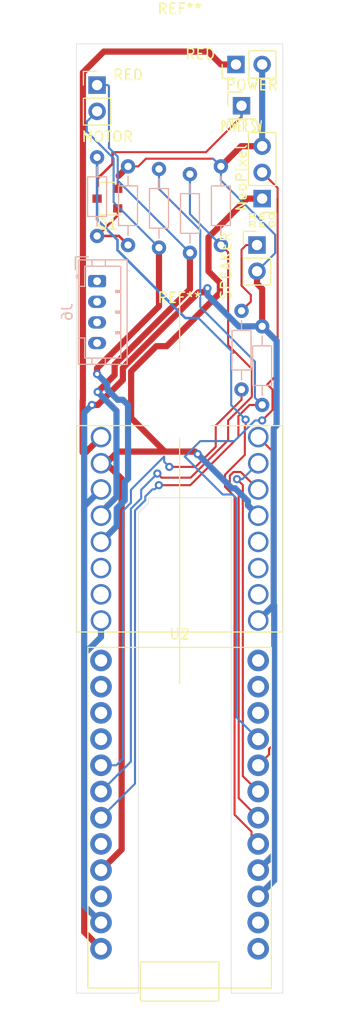
<source format=kicad_pcb>
(kicad_pcb (version 20171130) (host pcbnew 5.1.2-f72e74a~84~ubuntu18.04.1)

  (general
    (thickness 1.6)
    (drawings 26)
    (tracks 274)
    (zones 0)
    (modules 18)
    (nets 37)
  )

  (page A4)
  (layers
    (0 F.Cu signal)
    (31 B.Cu signal)
    (32 B.Adhes user)
    (33 F.Adhes user)
    (34 B.Paste user)
    (35 F.Paste user)
    (36 B.SilkS user)
    (37 F.SilkS user)
    (38 B.Mask user)
    (39 F.Mask user)
    (40 Dwgs.User user)
    (41 Cmts.User user)
    (42 Eco1.User user)
    (43 Eco2.User user)
    (44 Edge.Cuts user)
    (45 Margin user)
    (46 B.CrtYd user)
    (47 F.CrtYd user)
    (48 B.Fab user)
    (49 F.Fab user)
  )

  (setup
    (last_trace_width 0.2)
    (user_trace_width 0.2)
    (user_trace_width 0.4)
    (user_trace_width 0.6)
    (user_trace_width 1)
    (trace_clearance 0.2)
    (zone_clearance 0.508)
    (zone_45_only no)
    (trace_min 0.2)
    (via_size 0.8)
    (via_drill 0.4)
    (via_min_size 0.4)
    (via_min_drill 0.3)
    (user_via 0.5 0.3)
    (user_via 1 0.7)
    (uvia_size 0.3)
    (uvia_drill 0.1)
    (uvias_allowed no)
    (uvia_min_size 0.2)
    (uvia_min_drill 0.1)
    (edge_width 0.05)
    (segment_width 0.2)
    (pcb_text_width 0.3)
    (pcb_text_size 1.5 1.5)
    (mod_edge_width 0.12)
    (mod_text_size 1 1)
    (mod_text_width 0.15)
    (pad_size 2 2)
    (pad_drill 1.5)
    (pad_to_mask_clearance 0.051)
    (solder_mask_min_width 0.25)
    (aux_axis_origin 0 0)
    (visible_elements FFFFFF7F)
    (pcbplotparams
      (layerselection 0x010fc_ffffffff)
      (usegerberextensions false)
      (usegerberattributes false)
      (usegerberadvancedattributes false)
      (creategerberjobfile false)
      (excludeedgelayer true)
      (linewidth 0.100000)
      (plotframeref false)
      (viasonmask false)
      (mode 1)
      (useauxorigin false)
      (hpglpennumber 1)
      (hpglpenspeed 20)
      (hpglpendiameter 15.000000)
      (psnegative false)
      (psa4output false)
      (plotreference true)
      (plotvalue true)
      (plotinvisibletext false)
      (padsonsilk false)
      (subtractmaskfromsilk false)
      (outputformat 1)
      (mirror false)
      (drillshape 0)
      (scaleselection 1)
      (outputdirectory "PLAPCB20190823"))
  )

  (net 0 "")
  (net 1 "Net-(J1-Pad1)")
  (net 2 Vdrive)
  (net 3 GND)
  (net 4 "Net-(J3-Pad1)")
  (net 5 "Net-(J3-Pad2)")
  (net 6 "Net-(J4-Pad1)")
  (net 7 +5V)
  (net 8 "Net-(J5-Pad2)")
  (net 9 "Net-(J6-Pad1)")
  (net 10 "Net-(J6-Pad2)")
  (net 11 "Net-(J6-Pad3)")
  (net 12 "Net-(J6-Pad4)")
  (net 13 "Net-(J7-Pad2)")
  (net 14 "Net-(J7-Pad3)")
  (net 15 "Net-(Q1-Pad1)")
  (net 16 "Net-(R1-Pad1)")
  (net 17 "Net-(R3-Pad1)")
  (net 18 "Net-(R4-Pad2)")
  (net 19 "Net-(R6-Pad2)")
  (net 20 "Net-(U1-Pad6)")
  (net 21 "Net-(U1-Pad7)")
  (net 22 "Net-(U1-Pad10)")
  (net 23 "Net-(U1-Pad11)")
  (net 24 "Net-(U1-Pad12)")
  (net 25 "Net-(U1-Pad14)")
  (net 26 "Net-(U1-Pad15)")
  (net 27 "Net-(U1-Pad16)")
  (net 28 "Net-(U2-Pad10)")
  (net 29 "Net-(U2-Pad11)")
  (net 30 "Net-(U2-Pad12)")
  (net 31 "Net-(U2-Pad13)")
  (net 32 "Net-(U2-Pad14)")
  (net 33 "Net-(U2-Pad15)")
  (net 34 "Net-(U2-Pad16)")
  (net 35 "Net-(U2-Pad20)")
  (net 36 "Net-(U2-Pad22)")

  (net_class Default "This is the default net class."
    (clearance 0.2)
    (trace_width 0.25)
    (via_dia 0.8)
    (via_drill 0.4)
    (uvia_dia 0.3)
    (uvia_drill 0.1)
    (add_net +5V)
    (add_net GND)
    (add_net "Net-(J1-Pad1)")
    (add_net "Net-(J3-Pad1)")
    (add_net "Net-(J3-Pad2)")
    (add_net "Net-(J4-Pad1)")
    (add_net "Net-(J5-Pad2)")
    (add_net "Net-(J6-Pad1)")
    (add_net "Net-(J6-Pad2)")
    (add_net "Net-(J6-Pad3)")
    (add_net "Net-(J6-Pad4)")
    (add_net "Net-(J7-Pad2)")
    (add_net "Net-(J7-Pad3)")
    (add_net "Net-(Q1-Pad1)")
    (add_net "Net-(R1-Pad1)")
    (add_net "Net-(R3-Pad1)")
    (add_net "Net-(R4-Pad2)")
    (add_net "Net-(R6-Pad2)")
    (add_net "Net-(U1-Pad10)")
    (add_net "Net-(U1-Pad11)")
    (add_net "Net-(U1-Pad12)")
    (add_net "Net-(U1-Pad14)")
    (add_net "Net-(U1-Pad15)")
    (add_net "Net-(U1-Pad16)")
    (add_net "Net-(U1-Pad6)")
    (add_net "Net-(U1-Pad7)")
    (add_net "Net-(U2-Pad10)")
    (add_net "Net-(U2-Pad11)")
    (add_net "Net-(U2-Pad12)")
    (add_net "Net-(U2-Pad13)")
    (add_net "Net-(U2-Pad14)")
    (add_net "Net-(U2-Pad15)")
    (add_net "Net-(U2-Pad16)")
    (add_net "Net-(U2-Pad20)")
    (add_net "Net-(U2-Pad22)")
    (add_net Vdrive)
  )

  (module library:SparkFun_Pro_Micro_32U4 (layer F.Cu) (tedit 5D5FAAA9) (tstamp 5D601833)
    (at 100 141 180)
    (path /5D60FB42)
    (fp_text reference U2 (at 0 17.78) (layer F.SilkS)
      (effects (font (size 1 1) (thickness 0.15)))
    )
    (fp_text value SparkFun_Pro_Micro_328U4 (at 0 -19.05) (layer F.Fab)
      (effects (font (size 1 1) (thickness 0.15)))
    )
    (fp_line (start 8.89 -16.51) (end 8.89 16.51) (layer F.SilkS) (width 0.12))
    (fp_line (start 8.89 16.51) (end -8.89 16.51) (layer F.SilkS) (width 0.12))
    (fp_line (start -8.89 16.51) (end -8.89 -16.51) (layer F.SilkS) (width 0.12))
    (fp_line (start -8.89 -16.51) (end 8.89 -16.51) (layer F.SilkS) (width 0.12))
    (fp_line (start -3.81 -17.78) (end -3.81 -13.97) (layer F.SilkS) (width 0.12))
    (fp_line (start -3.81 -13.97) (end 3.81 -13.97) (layer F.SilkS) (width 0.12))
    (fp_line (start 3.81 -13.97) (end 3.81 -17.78) (layer F.SilkS) (width 0.12))
    (fp_line (start 3.81 -17.78) (end -3.81 -17.78) (layer F.SilkS) (width 0.12))
    (pad 1 thru_hole circle (at -7.62 -12.7 180) (size 2.1 2.1) (drill 1.2) (layers *.Cu *.Mask)
      (net 13 "Net-(J7-Pad2)"))
    (pad 2 thru_hole circle (at -7.62 -10.16 180) (size 2.1 2.1) (drill 1.2) (layers *.Cu *.Mask)
      (net 14 "Net-(J7-Pad3)"))
    (pad 3 thru_hole circle (at -7.62 -7.62 180) (size 2.1 2.1) (drill 1.2) (layers *.Cu *.Mask)
      (net 3 GND))
    (pad 4 thru_hole circle (at -7.62 -5.08 180) (size 2.1 2.1) (drill 1.2) (layers *.Cu *.Mask)
      (net 3 GND))
    (pad 5 thru_hole circle (at -7.62 -2.54 180) (size 2.1 2.1) (drill 1.2) (layers *.Cu *.Mask)
      (net 16 "Net-(R1-Pad1)"))
    (pad 6 thru_hole circle (at -7.62 0 180) (size 2.1 2.1) (drill 1.2) (layers *.Cu *.Mask)
      (net 25 "Net-(U1-Pad14)"))
    (pad 7 thru_hole circle (at -7.62 2.54 180) (size 2.1 2.1) (drill 1.2) (layers *.Cu *.Mask)
      (net 26 "Net-(U1-Pad15)"))
    (pad 8 thru_hole circle (at -7.62 5.08 180) (size 2.1 2.1) (drill 1.2) (layers *.Cu *.Mask)
      (net 27 "Net-(U1-Pad16)"))
    (pad 9 thru_hole circle (at -7.62 7.62 180) (size 2.1 2.1) (drill 1.2) (layers *.Cu *.Mask)
      (net 8 "Net-(J5-Pad2)"))
    (pad 10 thru_hole circle (at -7.62 10.16 180) (size 2.1 2.1) (drill 1.2) (layers *.Cu *.Mask)
      (net 28 "Net-(U2-Pad10)"))
    (pad 11 thru_hole circle (at -7.62 12.7 180) (size 2.1 2.1) (drill 1.2) (layers *.Cu *.Mask)
      (net 29 "Net-(U2-Pad11)"))
    (pad 12 thru_hole circle (at -7.62 15.24 180) (size 2.1 2.1) (drill 1.2) (layers *.Cu *.Mask)
      (net 30 "Net-(U2-Pad12)"))
    (pad 13 thru_hole circle (at 7.62 15.24 180) (size 2.1 2.1) (drill 1.2) (layers *.Cu *.Mask)
      (net 31 "Net-(U2-Pad13)"))
    (pad 14 thru_hole circle (at 7.62 12.7 180) (size 2.1 2.1) (drill 1.2) (layers *.Cu *.Mask)
      (net 32 "Net-(U2-Pad14)"))
    (pad 15 thru_hole circle (at 7.62 10.16 180) (size 2.1 2.1) (drill 1.2) (layers *.Cu *.Mask)
      (net 33 "Net-(U2-Pad15)"))
    (pad 16 thru_hole circle (at 7.62 7.62 180) (size 2.1 2.1) (drill 1.2) (layers *.Cu *.Mask)
      (net 34 "Net-(U2-Pad16)"))
    (pad 17 thru_hole circle (at 7.62 5.08 180) (size 2.1 2.1) (drill 1.2) (layers *.Cu *.Mask)
      (net 17 "Net-(R3-Pad1)"))
    (pad 18 thru_hole circle (at 7.62 2.54 180) (size 2.1 2.1) (drill 1.2) (layers *.Cu *.Mask)
      (net 18 "Net-(R4-Pad2)"))
    (pad 19 thru_hole circle (at 7.62 0 180) (size 2.1 2.1) (drill 1.2) (layers *.Cu *.Mask)
      (net 19 "Net-(R6-Pad2)"))
    (pad 20 thru_hole circle (at 7.62 -2.54 180) (size 2.1 2.1) (drill 1.2) (layers *.Cu *.Mask)
      (net 35 "Net-(U2-Pad20)"))
    (pad 21 thru_hole circle (at 7.62 -5.08 180) (size 2.1 2.1) (drill 1.2) (layers *.Cu *.Mask)
      (net 7 +5V))
    (pad 22 thru_hole circle (at 7.62 -7.62 180) (size 2.1 2.1) (drill 1.2) (layers *.Cu *.Mask)
      (net 36 "Net-(U2-Pad22)"))
    (pad 23 thru_hole circle (at 7.62 -10.16 180) (size 2.1 2.1) (drill 1.2) (layers *.Cu *.Mask)
      (net 3 GND))
    (pad 24 thru_hole circle (at 7.62 -12.7 180) (size 2.1 2.1) (drill 1.2) (layers *.Cu *.Mask)
      (net 2 Vdrive))
  )

  (module MountingHole:MountingHole_8.4mm_M8 (layer F.Cu) (tedit 56D1B4CB) (tstamp 5D601CC6)
    (at 100 72)
    (descr "Mounting Hole 8.4mm, no annular, M8")
    (tags "mounting hole 8.4mm no annular m8")
    (attr virtual)
    (fp_text reference REF** (at 0 -9.4) (layer F.SilkS)
      (effects (font (size 1 1) (thickness 0.15)))
    )
    (fp_text value MountingHole_8.4mm_M8 (at 0 9.4) (layer F.Fab)
      (effects (font (size 1 1) (thickness 0.15)))
    )
    (fp_text user %R (at 0.3 0) (layer F.Fab)
      (effects (font (size 1 1) (thickness 0.15)))
    )
    (fp_circle (center 0 0) (end 8.4 0) (layer Cmts.User) (width 0.15))
    (fp_circle (center 0 0) (end 8.65 0) (layer F.CrtYd) (width 0.05))
    (pad 1 np_thru_hole circle (at 0 0) (size 8.4 8.4) (drill 8.4) (layers *.Cu *.Mask))
  )

  (module MountingHole:MountingHole_8.4mm_M8 (layer F.Cu) (tedit 56D1B4CB) (tstamp 5D60132E)
    (at 100 100)
    (descr "Mounting Hole 8.4mm, no annular, M8")
    (tags "mounting hole 8.4mm no annular m8")
    (attr virtual)
    (fp_text reference REF** (at 0 -9.4) (layer F.SilkS)
      (effects (font (size 1 1) (thickness 0.15)))
    )
    (fp_text value MountingHole_8.4mm_M8 (at 0 9.4) (layer F.Fab)
      (effects (font (size 1 1) (thickness 0.15)))
    )
    (fp_circle (center 0 0) (end 8.65 0) (layer F.CrtYd) (width 0.05))
    (fp_circle (center 0 0) (end 8.4 0) (layer Cmts.User) (width 0.15))
    (fp_text user %R (at 0.3 0) (layer F.Fab)
      (effects (font (size 1 1) (thickness 0.15)))
    )
    (pad 1 np_thru_hole circle (at 0 0) (size 8.4 8.4) (drill 8.4) (layers *.Cu *.Mask))
  )

  (module Connector_PinHeader_2.54mm:PinHeader_1x01_P2.54mm_Vertical (layer F.Cu) (tedit 59FED5CC) (tstamp 5D601E6D)
    (at 106 72)
    (descr "Through hole straight pin header, 1x01, 2.54mm pitch, single row")
    (tags "Through hole pin header THT 1x01 2.54mm single row")
    (path /5D5FA4B1)
    (fp_text reference J1 (at 0 -2.33) (layer F.SilkS) hide
      (effects (font (size 1 1) (thickness 0.15)))
    )
    (fp_text value POWER_SW (at 0 2) (layer F.SilkS)
      (effects (font (size 1 0.5) (thickness 0.125)))
    )
    (fp_line (start -0.635 -1.27) (end 1.27 -1.27) (layer F.Fab) (width 0.1))
    (fp_line (start 1.27 -1.27) (end 1.27 1.27) (layer F.Fab) (width 0.1))
    (fp_line (start 1.27 1.27) (end -1.27 1.27) (layer F.Fab) (width 0.1))
    (fp_line (start -1.27 1.27) (end -1.27 -0.635) (layer F.Fab) (width 0.1))
    (fp_line (start -1.27 -0.635) (end -0.635 -1.27) (layer F.Fab) (width 0.1))
    (fp_line (start -1.33 1.33) (end 1.33 1.33) (layer F.SilkS) (width 0.12))
    (fp_line (start -1.33 1.27) (end -1.33 1.33) (layer F.SilkS) (width 0.12))
    (fp_line (start 1.33 1.27) (end 1.33 1.33) (layer F.SilkS) (width 0.12))
    (fp_line (start -1.33 1.27) (end 1.33 1.27) (layer F.SilkS) (width 0.12))
    (fp_line (start -1.33 0) (end -1.33 -1.33) (layer F.SilkS) (width 0.12))
    (fp_line (start -1.33 -1.33) (end 0 -1.33) (layer F.SilkS) (width 0.12))
    (fp_line (start -1.8 -1.8) (end -1.8 1.8) (layer F.CrtYd) (width 0.05))
    (fp_line (start -1.8 1.8) (end 1.8 1.8) (layer F.CrtYd) (width 0.05))
    (fp_line (start 1.8 1.8) (end 1.8 -1.8) (layer F.CrtYd) (width 0.05))
    (fp_line (start 1.8 -1.8) (end -1.8 -1.8) (layer F.CrtYd) (width 0.05))
    (fp_text user %R (at 0 0 90) (layer F.Fab)
      (effects (font (size 1 1) (thickness 0.15)))
    )
    (pad 1 thru_hole rect (at 0 0) (size 1.7 1.7) (drill 1) (layers *.Cu *.Mask)
      (net 1 "Net-(J1-Pad1)"))
    (model ${KISYS3DMOD}/Connector_PinHeader_2.54mm.3dshapes/PinHeader_1x01_P2.54mm_Vertical.wrl
      (at (xyz 0 0 0))
      (scale (xyz 1 1 1))
      (rotate (xyz 0 0 0))
    )
  )

  (module Connector_PinHeader_2.54mm:PinHeader_1x02_P2.54mm_Vertical (layer F.Cu) (tedit 59FED5CC) (tstamp 5D6016B1)
    (at 105.46 68 90)
    (descr "Through hole straight pin header, 1x02, 2.54mm pitch, single row")
    (tags "Through hole pin header THT 1x02 2.54mm single row")
    (path /5D5FAF4B)
    (fp_text reference J2 (at 0 -2.33 90) (layer F.SilkS) hide
      (effects (font (size 1 1) (thickness 0.15)))
    )
    (fp_text value POWER (at -2 1.54 180) (layer F.SilkS)
      (effects (font (size 1 1) (thickness 0.15)))
    )
    (fp_line (start -0.635 -1.27) (end 1.27 -1.27) (layer F.Fab) (width 0.1))
    (fp_line (start 1.27 -1.27) (end 1.27 3.81) (layer F.Fab) (width 0.1))
    (fp_line (start 1.27 3.81) (end -1.27 3.81) (layer F.Fab) (width 0.1))
    (fp_line (start -1.27 3.81) (end -1.27 -0.635) (layer F.Fab) (width 0.1))
    (fp_line (start -1.27 -0.635) (end -0.635 -1.27) (layer F.Fab) (width 0.1))
    (fp_line (start -1.33 3.87) (end 1.33 3.87) (layer F.SilkS) (width 0.12))
    (fp_line (start -1.33 1.27) (end -1.33 3.87) (layer F.SilkS) (width 0.12))
    (fp_line (start 1.33 1.27) (end 1.33 3.87) (layer F.SilkS) (width 0.12))
    (fp_line (start -1.33 1.27) (end 1.33 1.27) (layer F.SilkS) (width 0.12))
    (fp_line (start -1.33 0) (end -1.33 -1.33) (layer F.SilkS) (width 0.12))
    (fp_line (start -1.33 -1.33) (end 0 -1.33) (layer F.SilkS) (width 0.12))
    (fp_line (start -1.8 -1.8) (end -1.8 4.35) (layer F.CrtYd) (width 0.05))
    (fp_line (start -1.8 4.35) (end 1.8 4.35) (layer F.CrtYd) (width 0.05))
    (fp_line (start 1.8 4.35) (end 1.8 -1.8) (layer F.CrtYd) (width 0.05))
    (fp_line (start 1.8 -1.8) (end -1.8 -1.8) (layer F.CrtYd) (width 0.05))
    (fp_text user %R (at 0 1.27) (layer F.Fab)
      (effects (font (size 1 1) (thickness 0.15)))
    )
    (pad 1 thru_hole rect (at 0 0 90) (size 1.7 1.7) (drill 1) (layers *.Cu *.Mask)
      (net 2 Vdrive))
    (pad 2 thru_hole oval (at 0 2.54 90) (size 1.7 1.7) (drill 1) (layers *.Cu *.Mask)
      (net 3 GND))
    (model ${KISYS3DMOD}/Connector_PinHeader_2.54mm.3dshapes/PinHeader_1x02_P2.54mm_Vertical.wrl
      (at (xyz 0 0 0))
      (scale (xyz 1 1 1))
      (rotate (xyz 0 0 0))
    )
  )

  (module Connector_PinHeader_2.54mm:PinHeader_1x02_P2.54mm_Vertical (layer F.Cu) (tedit 59FED5CC) (tstamp 5D6016C7)
    (at 92 70)
    (descr "Through hole straight pin header, 1x02, 2.54mm pitch, single row")
    (tags "Through hole pin header THT 1x02 2.54mm single row")
    (path /5D5FB76C)
    (fp_text reference J3 (at 0 -2.33) (layer F.SilkS) hide
      (effects (font (size 1 1) (thickness 0.15)))
    )
    (fp_text value MOTOR (at 1 5) (layer F.SilkS)
      (effects (font (size 1 1) (thickness 0.15)))
    )
    (fp_line (start -0.635 -1.27) (end 1.27 -1.27) (layer F.Fab) (width 0.1))
    (fp_line (start 1.27 -1.27) (end 1.27 3.81) (layer F.Fab) (width 0.1))
    (fp_line (start 1.27 3.81) (end -1.27 3.81) (layer F.Fab) (width 0.1))
    (fp_line (start -1.27 3.81) (end -1.27 -0.635) (layer F.Fab) (width 0.1))
    (fp_line (start -1.27 -0.635) (end -0.635 -1.27) (layer F.Fab) (width 0.1))
    (fp_line (start -1.33 3.87) (end 1.33 3.87) (layer F.SilkS) (width 0.12))
    (fp_line (start -1.33 1.27) (end -1.33 3.87) (layer F.SilkS) (width 0.12))
    (fp_line (start 1.33 1.27) (end 1.33 3.87) (layer F.SilkS) (width 0.12))
    (fp_line (start -1.33 1.27) (end 1.33 1.27) (layer F.SilkS) (width 0.12))
    (fp_line (start -1.33 0) (end -1.33 -1.33) (layer F.SilkS) (width 0.12))
    (fp_line (start -1.33 -1.33) (end 0 -1.33) (layer F.SilkS) (width 0.12))
    (fp_line (start -1.8 -1.8) (end -1.8 4.35) (layer F.CrtYd) (width 0.05))
    (fp_line (start -1.8 4.35) (end 1.8 4.35) (layer F.CrtYd) (width 0.05))
    (fp_line (start 1.8 4.35) (end 1.8 -1.8) (layer F.CrtYd) (width 0.05))
    (fp_line (start 1.8 -1.8) (end -1.8 -1.8) (layer F.CrtYd) (width 0.05))
    (fp_text user %R (at 0 1.27 90) (layer F.Fab)
      (effects (font (size 1 1) (thickness 0.15)))
    )
    (pad 1 thru_hole rect (at 0 0) (size 1.7 1.7) (drill 1) (layers *.Cu *.Mask)
      (net 4 "Net-(J3-Pad1)"))
    (pad 2 thru_hole oval (at 0 2.54) (size 1.7 1.7) (drill 1) (layers *.Cu *.Mask)
      (net 5 "Net-(J3-Pad2)"))
    (model ${KISYS3DMOD}/Connector_PinHeader_2.54mm.3dshapes/PinHeader_1x02_P2.54mm_Vertical.wrl
      (at (xyz 0 0 0))
      (scale (xyz 1 1 1))
      (rotate (xyz 0 0 0))
    )
  )

  (module Connector_PinHeader_2.54mm:PinHeader_1x02_P2.54mm_Vertical (layer F.Cu) (tedit 59FED5CC) (tstamp 5D6016DD)
    (at 107.5 85.5)
    (descr "Through hole straight pin header, 1x02, 2.54mm pitch, single row")
    (tags "Through hole pin header THT 1x02 2.54mm single row")
    (path /5D5FBFD2)
    (fp_text reference J4 (at 0 -2.33) (layer F.SilkS) hide
      (effects (font (size 1 1) (thickness 0.15)))
    )
    (fp_text value SPEAKER (at -3 2 90) (layer F.SilkS)
      (effects (font (size 1 1) (thickness 0.15)))
    )
    (fp_text user %R (at 0 1.27 90) (layer F.Fab)
      (effects (font (size 1 1) (thickness 0.15)))
    )
    (fp_line (start 1.8 -1.8) (end -1.8 -1.8) (layer F.CrtYd) (width 0.05))
    (fp_line (start 1.8 4.35) (end 1.8 -1.8) (layer F.CrtYd) (width 0.05))
    (fp_line (start -1.8 4.35) (end 1.8 4.35) (layer F.CrtYd) (width 0.05))
    (fp_line (start -1.8 -1.8) (end -1.8 4.35) (layer F.CrtYd) (width 0.05))
    (fp_line (start -1.33 -1.33) (end 0 -1.33) (layer F.SilkS) (width 0.12))
    (fp_line (start -1.33 0) (end -1.33 -1.33) (layer F.SilkS) (width 0.12))
    (fp_line (start -1.33 1.27) (end 1.33 1.27) (layer F.SilkS) (width 0.12))
    (fp_line (start 1.33 1.27) (end 1.33 3.87) (layer F.SilkS) (width 0.12))
    (fp_line (start -1.33 1.27) (end -1.33 3.87) (layer F.SilkS) (width 0.12))
    (fp_line (start -1.33 3.87) (end 1.33 3.87) (layer F.SilkS) (width 0.12))
    (fp_line (start -1.27 -0.635) (end -0.635 -1.27) (layer F.Fab) (width 0.1))
    (fp_line (start -1.27 3.81) (end -1.27 -0.635) (layer F.Fab) (width 0.1))
    (fp_line (start 1.27 3.81) (end -1.27 3.81) (layer F.Fab) (width 0.1))
    (fp_line (start 1.27 -1.27) (end 1.27 3.81) (layer F.Fab) (width 0.1))
    (fp_line (start -0.635 -1.27) (end 1.27 -1.27) (layer F.Fab) (width 0.1))
    (pad 2 thru_hole oval (at 0 2.54) (size 1.7 1.7) (drill 1) (layers *.Cu *.Mask)
      (net 3 GND))
    (pad 1 thru_hole rect (at 0 0) (size 1.7 1.7) (drill 1) (layers *.Cu *.Mask)
      (net 6 "Net-(J4-Pad1)"))
    (model ${KISYS3DMOD}/Connector_PinHeader_2.54mm.3dshapes/PinHeader_1x02_P2.54mm_Vertical.wrl
      (at (xyz 0 0 0))
      (scale (xyz 1 1 1))
      (rotate (xyz 0 0 0))
    )
  )

  (module Connector_PinHeader_2.54mm:PinHeader_1x03_P2.54mm_Vertical (layer F.Cu) (tedit 59FED5CC) (tstamp 5D6016F4)
    (at 108 81 180)
    (descr "Through hole straight pin header, 1x03, 2.54mm pitch, single row")
    (tags "Through hole pin header THT 1x03 2.54mm single row")
    (path /5D5FF765)
    (fp_text reference J5 (at 0 -2.33) (layer F.SilkS) hide
      (effects (font (size 1 1) (thickness 0.15)))
    )
    (fp_text value NeoPixel (at 2 2 90) (layer F.SilkS)
      (effects (font (size 1 1) (thickness 0.15)))
    )
    (fp_line (start -0.635 -1.27) (end 1.27 -1.27) (layer F.Fab) (width 0.1))
    (fp_line (start 1.27 -1.27) (end 1.27 6.35) (layer F.Fab) (width 0.1))
    (fp_line (start 1.27 6.35) (end -1.27 6.35) (layer F.Fab) (width 0.1))
    (fp_line (start -1.27 6.35) (end -1.27 -0.635) (layer F.Fab) (width 0.1))
    (fp_line (start -1.27 -0.635) (end -0.635 -1.27) (layer F.Fab) (width 0.1))
    (fp_line (start -1.33 6.41) (end 1.33 6.41) (layer F.SilkS) (width 0.12))
    (fp_line (start -1.33 1.27) (end -1.33 6.41) (layer F.SilkS) (width 0.12))
    (fp_line (start 1.33 1.27) (end 1.33 6.41) (layer F.SilkS) (width 0.12))
    (fp_line (start -1.33 1.27) (end 1.33 1.27) (layer F.SilkS) (width 0.12))
    (fp_line (start -1.33 0) (end -1.33 -1.33) (layer F.SilkS) (width 0.12))
    (fp_line (start -1.33 -1.33) (end 0 -1.33) (layer F.SilkS) (width 0.12))
    (fp_line (start -1.8 -1.8) (end -1.8 6.85) (layer F.CrtYd) (width 0.05))
    (fp_line (start -1.8 6.85) (end 1.8 6.85) (layer F.CrtYd) (width 0.05))
    (fp_line (start 1.8 6.85) (end 1.8 -1.8) (layer F.CrtYd) (width 0.05))
    (fp_line (start 1.8 -1.8) (end -1.8 -1.8) (layer F.CrtYd) (width 0.05))
    (fp_text user %R (at 0 2.54 90) (layer F.Fab)
      (effects (font (size 1 1) (thickness 0.15)))
    )
    (pad 1 thru_hole rect (at 0 0 180) (size 1.7 1.7) (drill 1) (layers *.Cu *.Mask)
      (net 7 +5V))
    (pad 2 thru_hole oval (at 0 2.54 180) (size 1.7 1.7) (drill 1) (layers *.Cu *.Mask)
      (net 8 "Net-(J5-Pad2)"))
    (pad 3 thru_hole oval (at 0 5.08 180) (size 1.7 1.7) (drill 1) (layers *.Cu *.Mask)
      (net 3 GND))
    (model ${KISYS3DMOD}/Connector_PinHeader_2.54mm.3dshapes/PinHeader_1x03_P2.54mm_Vertical.wrl
      (at (xyz 0 0 0))
      (scale (xyz 1 1 1))
      (rotate (xyz 0 0 0))
    )
  )

  (module Connector_JST:JST_PH_B4B-PH-K_1x04_P2.00mm_Vertical (layer B.Cu) (tedit 5B7745C2) (tstamp 5D601728)
    (at 92 89 270)
    (descr "JST PH series connector, B4B-PH-K (http://www.jst-mfg.com/product/pdf/eng/ePH.pdf), generated with kicad-footprint-generator")
    (tags "connector JST PH side entry")
    (path /5D731ADB)
    (fp_text reference J6 (at 3 2.9 270) (layer B.SilkS)
      (effects (font (size 1 1) (thickness 0.15)) (justify mirror))
    )
    (fp_text value Conn_01x04_Male (at 3 -4 270) (layer B.Fab)
      (effects (font (size 1 1) (thickness 0.15)) (justify mirror))
    )
    (fp_line (start -2.06 1.81) (end -2.06 -2.91) (layer B.SilkS) (width 0.12))
    (fp_line (start -2.06 -2.91) (end 8.06 -2.91) (layer B.SilkS) (width 0.12))
    (fp_line (start 8.06 -2.91) (end 8.06 1.81) (layer B.SilkS) (width 0.12))
    (fp_line (start 8.06 1.81) (end -2.06 1.81) (layer B.SilkS) (width 0.12))
    (fp_line (start -0.3 1.81) (end -0.3 2.01) (layer B.SilkS) (width 0.12))
    (fp_line (start -0.3 2.01) (end -0.6 2.01) (layer B.SilkS) (width 0.12))
    (fp_line (start -0.6 2.01) (end -0.6 1.81) (layer B.SilkS) (width 0.12))
    (fp_line (start -0.3 1.91) (end -0.6 1.91) (layer B.SilkS) (width 0.12))
    (fp_line (start 0.5 1.81) (end 0.5 1.2) (layer B.SilkS) (width 0.12))
    (fp_line (start 0.5 1.2) (end -1.45 1.2) (layer B.SilkS) (width 0.12))
    (fp_line (start -1.45 1.2) (end -1.45 -2.3) (layer B.SilkS) (width 0.12))
    (fp_line (start -1.45 -2.3) (end 7.45 -2.3) (layer B.SilkS) (width 0.12))
    (fp_line (start 7.45 -2.3) (end 7.45 1.2) (layer B.SilkS) (width 0.12))
    (fp_line (start 7.45 1.2) (end 5.5 1.2) (layer B.SilkS) (width 0.12))
    (fp_line (start 5.5 1.2) (end 5.5 1.81) (layer B.SilkS) (width 0.12))
    (fp_line (start -2.06 0.5) (end -1.45 0.5) (layer B.SilkS) (width 0.12))
    (fp_line (start -2.06 -0.8) (end -1.45 -0.8) (layer B.SilkS) (width 0.12))
    (fp_line (start 8.06 0.5) (end 7.45 0.5) (layer B.SilkS) (width 0.12))
    (fp_line (start 8.06 -0.8) (end 7.45 -0.8) (layer B.SilkS) (width 0.12))
    (fp_line (start 0.9 -2.3) (end 0.9 -1.8) (layer B.SilkS) (width 0.12))
    (fp_line (start 0.9 -1.8) (end 1.1 -1.8) (layer B.SilkS) (width 0.12))
    (fp_line (start 1.1 -1.8) (end 1.1 -2.3) (layer B.SilkS) (width 0.12))
    (fp_line (start 1 -2.3) (end 1 -1.8) (layer B.SilkS) (width 0.12))
    (fp_line (start 2.9 -2.3) (end 2.9 -1.8) (layer B.SilkS) (width 0.12))
    (fp_line (start 2.9 -1.8) (end 3.1 -1.8) (layer B.SilkS) (width 0.12))
    (fp_line (start 3.1 -1.8) (end 3.1 -2.3) (layer B.SilkS) (width 0.12))
    (fp_line (start 3 -2.3) (end 3 -1.8) (layer B.SilkS) (width 0.12))
    (fp_line (start 4.9 -2.3) (end 4.9 -1.8) (layer B.SilkS) (width 0.12))
    (fp_line (start 4.9 -1.8) (end 5.1 -1.8) (layer B.SilkS) (width 0.12))
    (fp_line (start 5.1 -1.8) (end 5.1 -2.3) (layer B.SilkS) (width 0.12))
    (fp_line (start 5 -2.3) (end 5 -1.8) (layer B.SilkS) (width 0.12))
    (fp_line (start -1.11 2.11) (end -2.36 2.11) (layer B.SilkS) (width 0.12))
    (fp_line (start -2.36 2.11) (end -2.36 0.86) (layer B.SilkS) (width 0.12))
    (fp_line (start -1.11 2.11) (end -2.36 2.11) (layer B.Fab) (width 0.1))
    (fp_line (start -2.36 2.11) (end -2.36 0.86) (layer B.Fab) (width 0.1))
    (fp_line (start -1.95 1.7) (end -1.95 -2.8) (layer B.Fab) (width 0.1))
    (fp_line (start -1.95 -2.8) (end 7.95 -2.8) (layer B.Fab) (width 0.1))
    (fp_line (start 7.95 -2.8) (end 7.95 1.7) (layer B.Fab) (width 0.1))
    (fp_line (start 7.95 1.7) (end -1.95 1.7) (layer B.Fab) (width 0.1))
    (fp_line (start -2.45 2.2) (end -2.45 -3.3) (layer B.CrtYd) (width 0.05))
    (fp_line (start -2.45 -3.3) (end 8.45 -3.3) (layer B.CrtYd) (width 0.05))
    (fp_line (start 8.45 -3.3) (end 8.45 2.2) (layer B.CrtYd) (width 0.05))
    (fp_line (start 8.45 2.2) (end -2.45 2.2) (layer B.CrtYd) (width 0.05))
    (fp_text user %R (at 3 -1.5 270) (layer B.Fab)
      (effects (font (size 1 1) (thickness 0.15)) (justify mirror))
    )
    (pad 1 thru_hole roundrect (at 0 0 270) (size 1.2 1.75) (drill 0.75) (layers *.Cu *.Mask) (roundrect_rratio 0.208333)
      (net 9 "Net-(J6-Pad1)"))
    (pad 2 thru_hole oval (at 2 0 270) (size 1.2 1.75) (drill 0.75) (layers *.Cu *.Mask)
      (net 10 "Net-(J6-Pad2)"))
    (pad 3 thru_hole oval (at 4 0 270) (size 1.2 1.75) (drill 0.75) (layers *.Cu *.Mask)
      (net 11 "Net-(J6-Pad3)"))
    (pad 4 thru_hole oval (at 6 0 270) (size 1.2 1.75) (drill 0.75) (layers *.Cu *.Mask)
      (net 12 "Net-(J6-Pad4)"))
    (model ${KISYS3DMOD}/Connector_JST.3dshapes/JST_PH_B4B-PH-K_1x04_P2.00mm_Vertical.wrl
      (at (xyz 0 0 0))
      (scale (xyz 1 1 1))
      (rotate (xyz 0 0 0))
    )
  )

  (module Resistor_THT:R_Axial_DIN0204_L3.6mm_D1.6mm_P7.62mm_Horizontal (layer B.Cu) (tedit 5AE5139B) (tstamp 5D60176C)
    (at 92 77 270)
    (descr "Resistor, Axial_DIN0204 series, Axial, Horizontal, pin pitch=7.62mm, 0.167W, length*diameter=3.6*1.6mm^2, http://cdn-reichelt.de/documents/datenblatt/B400/1_4W%23YAG.pdf")
    (tags "Resistor Axial_DIN0204 series Axial Horizontal pin pitch 7.62mm 0.167W length 3.6mm diameter 1.6mm")
    (path /5D61D751)
    (fp_text reference R1 (at 3.81 1.92 270) (layer B.SilkS) hide
      (effects (font (size 1 1) (thickness 0.15)) (justify mirror))
    )
    (fp_text value 330 (at 3.81 0 270) (layer B.Fab)
      (effects (font (size 1 1) (thickness 0.15)) (justify mirror))
    )
    (fp_line (start 2.01 0.8) (end 2.01 -0.8) (layer B.Fab) (width 0.1))
    (fp_line (start 2.01 -0.8) (end 5.61 -0.8) (layer B.Fab) (width 0.1))
    (fp_line (start 5.61 -0.8) (end 5.61 0.8) (layer B.Fab) (width 0.1))
    (fp_line (start 5.61 0.8) (end 2.01 0.8) (layer B.Fab) (width 0.1))
    (fp_line (start 0 0) (end 2.01 0) (layer B.Fab) (width 0.1))
    (fp_line (start 7.62 0) (end 5.61 0) (layer B.Fab) (width 0.1))
    (fp_line (start 1.89 0.92) (end 1.89 -0.92) (layer B.SilkS) (width 0.12))
    (fp_line (start 1.89 -0.92) (end 5.73 -0.92) (layer B.SilkS) (width 0.12))
    (fp_line (start 5.73 -0.92) (end 5.73 0.92) (layer B.SilkS) (width 0.12))
    (fp_line (start 5.73 0.92) (end 1.89 0.92) (layer B.SilkS) (width 0.12))
    (fp_line (start 0.94 0) (end 1.89 0) (layer B.SilkS) (width 0.12))
    (fp_line (start 6.68 0) (end 5.73 0) (layer B.SilkS) (width 0.12))
    (fp_line (start -0.95 1.05) (end -0.95 -1.05) (layer B.CrtYd) (width 0.05))
    (fp_line (start -0.95 -1.05) (end 8.57 -1.05) (layer B.CrtYd) (width 0.05))
    (fp_line (start 8.57 -1.05) (end 8.57 1.05) (layer B.CrtYd) (width 0.05))
    (fp_line (start 8.57 1.05) (end -0.95 1.05) (layer B.CrtYd) (width 0.05))
    (fp_text user %R (at 3.81 0 270) (layer B.Fab) hide
      (effects (font (size 0.72 0.72) (thickness 0.108)) (justify mirror))
    )
    (pad 1 thru_hole circle (at 0 0 270) (size 1.4 1.4) (drill 0.7) (layers *.Cu *.Mask)
      (net 16 "Net-(R1-Pad1)"))
    (pad 2 thru_hole oval (at 7.62 0 270) (size 1.4 1.4) (drill 0.7) (layers *.Cu *.Mask)
      (net 15 "Net-(Q1-Pad1)"))
    (model ${KISYS3DMOD}/Resistor_THT.3dshapes/R_Axial_DIN0204_L3.6mm_D1.6mm_P7.62mm_Horizontal.wrl
      (at (xyz 0 0 0))
      (scale (xyz 1 1 1))
      (rotate (xyz 0 0 0))
    )
  )

  (module Resistor_THT:R_Axial_DIN0204_L3.6mm_D1.6mm_P7.62mm_Horizontal (layer B.Cu) (tedit 5AE5139B) (tstamp 5D6022DE)
    (at 95 85.5 90)
    (descr "Resistor, Axial_DIN0204 series, Axial, Horizontal, pin pitch=7.62mm, 0.167W, length*diameter=3.6*1.6mm^2, http://cdn-reichelt.de/documents/datenblatt/B400/1_4W%23YAG.pdf")
    (tags "Resistor Axial_DIN0204 series Axial Horizontal pin pitch 7.62mm 0.167W length 3.6mm diameter 1.6mm")
    (path /5D614186)
    (fp_text reference R2 (at 3.81 1.92 270) (layer B.SilkS) hide
      (effects (font (size 1 1) (thickness 0.15)) (justify mirror))
    )
    (fp_text value 10k (at 4 0 270) (layer B.Fab)
      (effects (font (size 1 1) (thickness 0.15)) (justify mirror))
    )
    (fp_text user %R (at 3.81 0 270) (layer B.Fab) hide
      (effects (font (size 0.72 0.72) (thickness 0.108)) (justify mirror))
    )
    (fp_line (start 8.57 1.05) (end -0.95 1.05) (layer B.CrtYd) (width 0.05))
    (fp_line (start 8.57 -1.05) (end 8.57 1.05) (layer B.CrtYd) (width 0.05))
    (fp_line (start -0.95 -1.05) (end 8.57 -1.05) (layer B.CrtYd) (width 0.05))
    (fp_line (start -0.95 1.05) (end -0.95 -1.05) (layer B.CrtYd) (width 0.05))
    (fp_line (start 6.68 0) (end 5.73 0) (layer B.SilkS) (width 0.12))
    (fp_line (start 0.94 0) (end 1.89 0) (layer B.SilkS) (width 0.12))
    (fp_line (start 5.73 0.92) (end 1.89 0.92) (layer B.SilkS) (width 0.12))
    (fp_line (start 5.73 -0.92) (end 5.73 0.92) (layer B.SilkS) (width 0.12))
    (fp_line (start 1.89 -0.92) (end 5.73 -0.92) (layer B.SilkS) (width 0.12))
    (fp_line (start 1.89 0.92) (end 1.89 -0.92) (layer B.SilkS) (width 0.12))
    (fp_line (start 7.62 0) (end 5.61 0) (layer B.Fab) (width 0.1))
    (fp_line (start 0 0) (end 2.01 0) (layer B.Fab) (width 0.1))
    (fp_line (start 5.61 0.8) (end 2.01 0.8) (layer B.Fab) (width 0.1))
    (fp_line (start 5.61 -0.8) (end 5.61 0.8) (layer B.Fab) (width 0.1))
    (fp_line (start 2.01 -0.8) (end 5.61 -0.8) (layer B.Fab) (width 0.1))
    (fp_line (start 2.01 0.8) (end 2.01 -0.8) (layer B.Fab) (width 0.1))
    (pad 2 thru_hole oval (at 7.62 0 90) (size 1.4 1.4) (drill 0.7) (layers *.Cu *.Mask)
      (net 3 GND))
    (pad 1 thru_hole circle (at 0 0 90) (size 1.4 1.4) (drill 0.7) (layers *.Cu *.Mask)
      (net 15 "Net-(Q1-Pad1)"))
    (model ${KISYS3DMOD}/Resistor_THT.3dshapes/R_Axial_DIN0204_L3.6mm_D1.6mm_P7.62mm_Horizontal.wrl
      (at (xyz 0 0 0))
      (scale (xyz 1 1 1))
      (rotate (xyz 0 0 0))
    )
  )

  (module Resistor_THT:R_Axial_DIN0204_L3.6mm_D1.6mm_P7.62mm_Horizontal (layer B.Cu) (tedit 5AE5139B) (tstamp 5D60179A)
    (at 106 99.5 90)
    (descr "Resistor, Axial_DIN0204 series, Axial, Horizontal, pin pitch=7.62mm, 0.167W, length*diameter=3.6*1.6mm^2, http://cdn-reichelt.de/documents/datenblatt/B400/1_4W%23YAG.pdf")
    (tags "Resistor Axial_DIN0204 series Axial Horizontal pin pitch 7.62mm 0.167W length 3.6mm diameter 1.6mm")
    (path /5D67F389)
    (fp_text reference R3 (at 3.81 1.92 90) (layer B.SilkS) hide
      (effects (font (size 1 1) (thickness 0.15)) (justify mirror))
    )
    (fp_text value 330 (at 3.81 0 90) (layer B.Fab)
      (effects (font (size 1 1) (thickness 0.15)) (justify mirror))
    )
    (fp_text user %R (at 3.81 0 90) (layer B.Fab) hide
      (effects (font (size 0.72 0.72) (thickness 0.108)) (justify mirror))
    )
    (fp_line (start 8.57 1.05) (end -0.95 1.05) (layer B.CrtYd) (width 0.05))
    (fp_line (start 8.57 -1.05) (end 8.57 1.05) (layer B.CrtYd) (width 0.05))
    (fp_line (start -0.95 -1.05) (end 8.57 -1.05) (layer B.CrtYd) (width 0.05))
    (fp_line (start -0.95 1.05) (end -0.95 -1.05) (layer B.CrtYd) (width 0.05))
    (fp_line (start 6.68 0) (end 5.73 0) (layer B.SilkS) (width 0.12))
    (fp_line (start 0.94 0) (end 1.89 0) (layer B.SilkS) (width 0.12))
    (fp_line (start 5.73 0.92) (end 1.89 0.92) (layer B.SilkS) (width 0.12))
    (fp_line (start 5.73 -0.92) (end 5.73 0.92) (layer B.SilkS) (width 0.12))
    (fp_line (start 1.89 -0.92) (end 5.73 -0.92) (layer B.SilkS) (width 0.12))
    (fp_line (start 1.89 0.92) (end 1.89 -0.92) (layer B.SilkS) (width 0.12))
    (fp_line (start 7.62 0) (end 5.61 0) (layer B.Fab) (width 0.1))
    (fp_line (start 0 0) (end 2.01 0) (layer B.Fab) (width 0.1))
    (fp_line (start 5.61 0.8) (end 2.01 0.8) (layer B.Fab) (width 0.1))
    (fp_line (start 5.61 -0.8) (end 5.61 0.8) (layer B.Fab) (width 0.1))
    (fp_line (start 2.01 -0.8) (end 5.61 -0.8) (layer B.Fab) (width 0.1))
    (fp_line (start 2.01 0.8) (end 2.01 -0.8) (layer B.Fab) (width 0.1))
    (pad 2 thru_hole oval (at 7.62 0 90) (size 1.4 1.4) (drill 0.7) (layers *.Cu *.Mask)
      (net 6 "Net-(J4-Pad1)"))
    (pad 1 thru_hole circle (at 0 0 90) (size 1.4 1.4) (drill 0.7) (layers *.Cu *.Mask)
      (net 17 "Net-(R3-Pad1)"))
    (model ${KISYS3DMOD}/Resistor_THT.3dshapes/R_Axial_DIN0204_L3.6mm_D1.6mm_P7.62mm_Horizontal.wrl
      (at (xyz 0 0 0))
      (scale (xyz 1 1 1))
      (rotate (xyz 0 0 0))
    )
  )

  (module Resistor_THT:R_Axial_DIN0204_L3.6mm_D1.6mm_P7.62mm_Horizontal (layer B.Cu) (tedit 5AE5139B) (tstamp 5D6017B1)
    (at 101 86.25 90)
    (descr "Resistor, Axial_DIN0204 series, Axial, Horizontal, pin pitch=7.62mm, 0.167W, length*diameter=3.6*1.6mm^2, http://cdn-reichelt.de/documents/datenblatt/B400/1_4W%23YAG.pdf")
    (tags "Resistor Axial_DIN0204 series Axial Horizontal pin pitch 7.62mm 0.167W length 3.6mm diameter 1.6mm")
    (path /5D693CB1)
    (fp_text reference R4 (at 3.81 1.92 90) (layer B.SilkS) hide
      (effects (font (size 1 1) (thickness 0.15)) (justify mirror))
    )
    (fp_text value 10k (at 3.81 0 90) (layer B.Fab)
      (effects (font (size 1 1) (thickness 0.15)) (justify mirror))
    )
    (fp_line (start 2.01 0.8) (end 2.01 -0.8) (layer B.Fab) (width 0.1))
    (fp_line (start 2.01 -0.8) (end 5.61 -0.8) (layer B.Fab) (width 0.1))
    (fp_line (start 5.61 -0.8) (end 5.61 0.8) (layer B.Fab) (width 0.1))
    (fp_line (start 5.61 0.8) (end 2.01 0.8) (layer B.Fab) (width 0.1))
    (fp_line (start 0 0) (end 2.01 0) (layer B.Fab) (width 0.1))
    (fp_line (start 7.62 0) (end 5.61 0) (layer B.Fab) (width 0.1))
    (fp_line (start 1.89 0.92) (end 1.89 -0.92) (layer B.SilkS) (width 0.12))
    (fp_line (start 1.89 -0.92) (end 5.73 -0.92) (layer B.SilkS) (width 0.12))
    (fp_line (start 5.73 -0.92) (end 5.73 0.92) (layer B.SilkS) (width 0.12))
    (fp_line (start 5.73 0.92) (end 1.89 0.92) (layer B.SilkS) (width 0.12))
    (fp_line (start 0.94 0) (end 1.89 0) (layer B.SilkS) (width 0.12))
    (fp_line (start 6.68 0) (end 5.73 0) (layer B.SilkS) (width 0.12))
    (fp_line (start -0.95 1.05) (end -0.95 -1.05) (layer B.CrtYd) (width 0.05))
    (fp_line (start -0.95 -1.05) (end 8.57 -1.05) (layer B.CrtYd) (width 0.05))
    (fp_line (start 8.57 -1.05) (end 8.57 1.05) (layer B.CrtYd) (width 0.05))
    (fp_line (start 8.57 1.05) (end -0.95 1.05) (layer B.CrtYd) (width 0.05))
    (fp_text user %R (at 3.81 0 90) (layer B.Fab) hide
      (effects (font (size 0.72 0.72) (thickness 0.108)) (justify mirror))
    )
    (pad 1 thru_hole circle (at 0 0 90) (size 1.4 1.4) (drill 0.7) (layers *.Cu *.Mask)
      (net 4 "Net-(J3-Pad1)"))
    (pad 2 thru_hole oval (at 7.62 0 90) (size 1.4 1.4) (drill 0.7) (layers *.Cu *.Mask)
      (net 18 "Net-(R4-Pad2)"))
    (model ${KISYS3DMOD}/Resistor_THT.3dshapes/R_Axial_DIN0204_L3.6mm_D1.6mm_P7.62mm_Horizontal.wrl
      (at (xyz 0 0 0))
      (scale (xyz 1 1 1))
      (rotate (xyz 0 0 0))
    )
  )

  (module Resistor_THT:R_Axial_DIN0204_L3.6mm_D1.6mm_P7.62mm_Horizontal (layer B.Cu) (tedit 5AE5139B) (tstamp 5D60295B)
    (at 98 85.75 90)
    (descr "Resistor, Axial_DIN0204 series, Axial, Horizontal, pin pitch=7.62mm, 0.167W, length*diameter=3.6*1.6mm^2, http://cdn-reichelt.de/documents/datenblatt/B400/1_4W%23YAG.pdf")
    (tags "Resistor Axial_DIN0204 series Axial Horizontal pin pitch 7.62mm 0.167W length 3.6mm diameter 1.6mm")
    (path /5D69DC74)
    (fp_text reference R6 (at 3.81 1.92 90) (layer B.SilkS) hide
      (effects (font (size 1 1) (thickness 0.15)) (justify mirror))
    )
    (fp_text value 10k (at 3.75 0 90) (layer B.Fab)
      (effects (font (size 1 1) (thickness 0.15)) (justify mirror))
    )
    (fp_line (start 2.01 0.8) (end 2.01 -0.8) (layer B.Fab) (width 0.1))
    (fp_line (start 2.01 -0.8) (end 5.61 -0.8) (layer B.Fab) (width 0.1))
    (fp_line (start 5.61 -0.8) (end 5.61 0.8) (layer B.Fab) (width 0.1))
    (fp_line (start 5.61 0.8) (end 2.01 0.8) (layer B.Fab) (width 0.1))
    (fp_line (start 0 0) (end 2.01 0) (layer B.Fab) (width 0.1))
    (fp_line (start 7.62 0) (end 5.61 0) (layer B.Fab) (width 0.1))
    (fp_line (start 1.89 0.92) (end 1.89 -0.92) (layer B.SilkS) (width 0.12))
    (fp_line (start 1.89 -0.92) (end 5.73 -0.92) (layer B.SilkS) (width 0.12))
    (fp_line (start 5.73 -0.92) (end 5.73 0.92) (layer B.SilkS) (width 0.12))
    (fp_line (start 5.73 0.92) (end 1.89 0.92) (layer B.SilkS) (width 0.12))
    (fp_line (start 0.94 0) (end 1.89 0) (layer B.SilkS) (width 0.12))
    (fp_line (start 6.68 0) (end 5.73 0) (layer B.SilkS) (width 0.12))
    (fp_line (start -0.95 1.05) (end -0.95 -1.05) (layer B.CrtYd) (width 0.05))
    (fp_line (start -0.95 -1.05) (end 8.57 -1.05) (layer B.CrtYd) (width 0.05))
    (fp_line (start 8.57 -1.05) (end 8.57 1.05) (layer B.CrtYd) (width 0.05))
    (fp_line (start 8.57 1.05) (end -0.95 1.05) (layer B.CrtYd) (width 0.05))
    (fp_text user %R (at 3.81 0 90) (layer B.Fab) hide
      (effects (font (size 0.72 0.72) (thickness 0.108)) (justify mirror))
    )
    (pad 1 thru_hole circle (at 0 0 90) (size 1.4 1.4) (drill 0.7) (layers *.Cu *.Mask)
      (net 5 "Net-(J3-Pad2)"))
    (pad 2 thru_hole oval (at 7.62 0 90) (size 1.4 1.4) (drill 0.7) (layers *.Cu *.Mask)
      (net 19 "Net-(R6-Pad2)"))
    (model ${KISYS3DMOD}/Resistor_THT.3dshapes/R_Axial_DIN0204_L3.6mm_D1.6mm_P7.62mm_Horizontal.wrl
      (at (xyz 0 0 0))
      (scale (xyz 1 1 1))
      (rotate (xyz 0 0 0))
    )
  )

  (module Resistor_THT:R_Axial_DIN0204_L3.6mm_D1.6mm_P7.62mm_Horizontal (layer B.Cu) (tedit 5AE5139B) (tstamp 5D6017F6)
    (at 108 101 90)
    (descr "Resistor, Axial_DIN0204 series, Axial, Horizontal, pin pitch=7.62mm, 0.167W, length*diameter=3.6*1.6mm^2, http://cdn-reichelt.de/documents/datenblatt/B400/1_4W%23YAG.pdf")
    (tags "Resistor Axial_DIN0204 series Axial Horizontal pin pitch 7.62mm 0.167W length 3.6mm diameter 1.6mm")
    (path /5D69DC6A)
    (fp_text reference R7 (at 3.81 1.92 90) (layer B.SilkS) hide
      (effects (font (size 1 1) (thickness 0.15)) (justify mirror))
    )
    (fp_text value 10k (at 3.5 0 90) (layer B.Fab)
      (effects (font (size 1 1) (thickness 0.15)) (justify mirror))
    )
    (fp_text user %R (at 3.81 0 90) (layer B.Fab) hide
      (effects (font (size 0.72 0.72) (thickness 0.108)) (justify mirror))
    )
    (fp_line (start 8.57 1.05) (end -0.95 1.05) (layer B.CrtYd) (width 0.05))
    (fp_line (start 8.57 -1.05) (end 8.57 1.05) (layer B.CrtYd) (width 0.05))
    (fp_line (start -0.95 -1.05) (end 8.57 -1.05) (layer B.CrtYd) (width 0.05))
    (fp_line (start -0.95 1.05) (end -0.95 -1.05) (layer B.CrtYd) (width 0.05))
    (fp_line (start 6.68 0) (end 5.73 0) (layer B.SilkS) (width 0.12))
    (fp_line (start 0.94 0) (end 1.89 0) (layer B.SilkS) (width 0.12))
    (fp_line (start 5.73 0.92) (end 1.89 0.92) (layer B.SilkS) (width 0.12))
    (fp_line (start 5.73 -0.92) (end 5.73 0.92) (layer B.SilkS) (width 0.12))
    (fp_line (start 1.89 -0.92) (end 5.73 -0.92) (layer B.SilkS) (width 0.12))
    (fp_line (start 1.89 0.92) (end 1.89 -0.92) (layer B.SilkS) (width 0.12))
    (fp_line (start 7.62 0) (end 5.61 0) (layer B.Fab) (width 0.1))
    (fp_line (start 0 0) (end 2.01 0) (layer B.Fab) (width 0.1))
    (fp_line (start 5.61 0.8) (end 2.01 0.8) (layer B.Fab) (width 0.1))
    (fp_line (start 5.61 -0.8) (end 5.61 0.8) (layer B.Fab) (width 0.1))
    (fp_line (start 2.01 -0.8) (end 5.61 -0.8) (layer B.Fab) (width 0.1))
    (fp_line (start 2.01 0.8) (end 2.01 -0.8) (layer B.Fab) (width 0.1))
    (pad 2 thru_hole oval (at 7.62 0 90) (size 1.4 1.4) (drill 0.7) (layers *.Cu *.Mask)
      (net 3 GND))
    (pad 1 thru_hole circle (at 0 0 90) (size 1.4 1.4) (drill 0.7) (layers *.Cu *.Mask)
      (net 19 "Net-(R6-Pad2)"))
    (model ${KISYS3DMOD}/Resistor_THT.3dshapes/R_Axial_DIN0204_L3.6mm_D1.6mm_P7.62mm_Horizontal.wrl
      (at (xyz 0 0 0))
      (scale (xyz 1 1 1))
      (rotate (xyz 0 0 0))
    )
  )

  (module library:SparkFun_TB6612FNG_MOTOR_DRIVER_MODULE (layer F.Cu) (tedit 5D5FB75B) (tstamp 5D60180F)
    (at 100 113)
    (path /5D629840)
    (fp_text reference U1 (at 0 -11.43) (layer F.SilkS)
      (effects (font (size 1 1) (thickness 0.15)))
    )
    (fp_text value SparkFun_TB6612FNG_MOTOR_DRIVER_MODULE (at 0 11.43) (layer F.Fab)
      (effects (font (size 1 1) (thickness 0.15)))
    )
    (fp_line (start -10 0) (end -10 -10) (layer F.SilkS) (width 0.12))
    (fp_line (start -10 -10) (end 10 -10) (layer F.SilkS) (width 0.12))
    (fp_line (start 10 -10) (end 10 10) (layer F.SilkS) (width 0.12))
    (fp_line (start 10 10) (end -10 10) (layer F.SilkS) (width 0.12))
    (fp_line (start -10 10) (end -10 0) (layer F.SilkS) (width 0.12))
    (pad 1 thru_hole oval (at -7.62 -8.89) (size 2 2) (drill 1.5) (layers *.Cu *.Mask)
      (net 2 Vdrive))
    (pad 2 thru_hole oval (at -7.62 -6.35) (size 2 2) (drill 1.5) (layers *.Cu *.Mask)
      (net 7 +5V))
    (pad 3 thru_hole oval (at -7.62 -3.81) (size 2 2) (drill 1.5) (layers *.Cu *.Mask)
      (net 3 GND))
    (pad 4 thru_hole oval (at -7.62 -1.27) (size 2 2) (drill 1.5) (layers *.Cu *.Mask)
      (net 4 "Net-(J3-Pad1)"))
    (pad 5 thru_hole oval (at -7.62 1.27) (size 2 2) (drill 1.5) (layers *.Cu *.Mask)
      (net 5 "Net-(J3-Pad2)"))
    (pad 6 thru_hole oval (at -7.62 3.81) (size 2 2) (drill 1.5) (layers *.Cu *.Mask)
      (net 20 "Net-(U1-Pad6)"))
    (pad 7 thru_hole oval (at -7.62 6.35) (size 2 2) (drill 1.5) (layers *.Cu *.Mask)
      (net 21 "Net-(U1-Pad7)"))
    (pad 8 thru_hole oval (at -7.62 8.89) (size 2 2) (drill 1.5) (layers *.Cu *.Mask)
      (net 3 GND))
    (pad 9 thru_hole oval (at 7.62 8.89) (size 2 2) (drill 1.5) (layers *.Cu *.Mask)
      (net 3 GND))
    (pad 10 thru_hole oval (at 7.62 6.35) (size 2 2) (drill 1.5) (layers *.Cu *.Mask)
      (net 22 "Net-(U1-Pad10)"))
    (pad 11 thru_hole oval (at 7.62 3.81) (size 2 2) (drill 1.5) (layers *.Cu *.Mask)
      (net 23 "Net-(U1-Pad11)"))
    (pad 12 thru_hole oval (at 7.62 1.27) (size 2 2) (drill 1.5) (layers *.Cu *.Mask)
      (net 24 "Net-(U1-Pad12)"))
    (pad 13 thru_hole oval (at 7.62 -1.27) (size 2 2) (drill 1.5) (layers *.Cu *.Mask)
      (net 7 +5V))
    (pad 14 thru_hole oval (at 7.62 -3.81) (size 2 2) (drill 1.5) (layers *.Cu *.Mask)
      (net 25 "Net-(U1-Pad14)"))
    (pad 15 thru_hole oval (at 7.62 -6.35) (size 2 2) (drill 1.5) (layers *.Cu *.Mask)
      (net 26 "Net-(U1-Pad15)"))
    (pad 16 thru_hole oval (at 7.62 -8.89) (size 2 2) (drill 1.5) (layers *.Cu *.Mask)
      (net 27 "Net-(U1-Pad16)"))
  )

  (module Resistor_THT:R_Axial_DIN0204_L3.6mm_D1.6mm_P7.62mm_Horizontal (layer B.Cu) (tedit 5AE5139B) (tstamp 5D6026B0)
    (at 104 85.5 90)
    (descr "Resistor, Axial_DIN0204 series, Axial, Horizontal, pin pitch=7.62mm, 0.167W, length*diameter=3.6*1.6mm^2, http://cdn-reichelt.de/documents/datenblatt/B400/1_4W%23YAG.pdf")
    (tags "Resistor Axial_DIN0204 series Axial Horizontal pin pitch 7.62mm 0.167W length 3.6mm diameter 1.6mm")
    (path /5D693C9C)
    (fp_text reference R5 (at 3.81 1.92 90) (layer B.SilkS) hide
      (effects (font (size 1 1) (thickness 0.15)) (justify mirror))
    )
    (fp_text value 10k (at 4 0 90) (layer B.Fab)
      (effects (font (size 1 1) (thickness 0.15)) (justify mirror))
    )
    (fp_line (start 2.01 0.8) (end 2.01 -0.8) (layer B.Fab) (width 0.1))
    (fp_line (start 2.01 -0.8) (end 5.61 -0.8) (layer B.Fab) (width 0.1))
    (fp_line (start 5.61 -0.8) (end 5.61 0.8) (layer B.Fab) (width 0.1))
    (fp_line (start 5.61 0.8) (end 2.01 0.8) (layer B.Fab) (width 0.1))
    (fp_line (start 0 0) (end 2.01 0) (layer B.Fab) (width 0.1))
    (fp_line (start 7.62 0) (end 5.61 0) (layer B.Fab) (width 0.1))
    (fp_line (start 1.89 0.92) (end 1.89 -0.92) (layer B.SilkS) (width 0.12))
    (fp_line (start 1.89 -0.92) (end 5.73 -0.92) (layer B.SilkS) (width 0.12))
    (fp_line (start 5.73 -0.92) (end 5.73 0.92) (layer B.SilkS) (width 0.12))
    (fp_line (start 5.73 0.92) (end 1.89 0.92) (layer B.SilkS) (width 0.12))
    (fp_line (start 0.94 0) (end 1.89 0) (layer B.SilkS) (width 0.12))
    (fp_line (start 6.68 0) (end 5.73 0) (layer B.SilkS) (width 0.12))
    (fp_line (start -0.95 1.05) (end -0.95 -1.05) (layer B.CrtYd) (width 0.05))
    (fp_line (start -0.95 -1.05) (end 8.57 -1.05) (layer B.CrtYd) (width 0.05))
    (fp_line (start 8.57 -1.05) (end 8.57 1.05) (layer B.CrtYd) (width 0.05))
    (fp_line (start 8.57 1.05) (end -0.95 1.05) (layer B.CrtYd) (width 0.05))
    (fp_text user %R (at 3.81 0 90) (layer B.Fab) hide
      (effects (font (size 0.72 0.72) (thickness 0.108)) (justify mirror))
    )
    (pad 1 thru_hole circle (at 0 0 90) (size 1.4 1.4) (drill 0.7) (layers *.Cu *.Mask)
      (net 18 "Net-(R4-Pad2)"))
    (pad 2 thru_hole oval (at 7.62 0 90) (size 1.4 1.4) (drill 0.7) (layers *.Cu *.Mask)
      (net 3 GND))
    (model ${KISYS3DMOD}/Resistor_THT.3dshapes/R_Axial_DIN0204_L3.6mm_D1.6mm_P7.62mm_Horizontal.wrl
      (at (xyz 0 0 0))
      (scale (xyz 1 1 1))
      (rotate (xyz 0 0 0))
    )
  )

  (module Package_TO_SOT_SMD:SOT-23 (layer F.Cu) (tedit 5A02FF57) (tstamp 5D5FCA22)
    (at 93 81 180)
    (descr "SOT-23, Standard")
    (tags SOT-23)
    (path /5D604FB8)
    (attr smd)
    (fp_text reference Q1 (at 0 -2.5) (layer F.SilkS)
      (effects (font (size 1 1) (thickness 0.15)))
    )
    (fp_text value Q_NMOS_GSD (at 0 2.5) (layer F.Fab)
      (effects (font (size 1 1) (thickness 0.15)))
    )
    (fp_text user %R (at 0 0 90) (layer F.Fab)
      (effects (font (size 0.5 0.5) (thickness 0.075)))
    )
    (fp_line (start -0.7 -0.95) (end -0.7 1.5) (layer F.Fab) (width 0.1))
    (fp_line (start -0.15 -1.52) (end 0.7 -1.52) (layer F.Fab) (width 0.1))
    (fp_line (start -0.7 -0.95) (end -0.15 -1.52) (layer F.Fab) (width 0.1))
    (fp_line (start 0.7 -1.52) (end 0.7 1.52) (layer F.Fab) (width 0.1))
    (fp_line (start -0.7 1.52) (end 0.7 1.52) (layer F.Fab) (width 0.1))
    (fp_line (start 0.76 1.58) (end 0.76 0.65) (layer F.SilkS) (width 0.12))
    (fp_line (start 0.76 -1.58) (end 0.76 -0.65) (layer F.SilkS) (width 0.12))
    (fp_line (start -1.7 -1.75) (end 1.7 -1.75) (layer F.CrtYd) (width 0.05))
    (fp_line (start 1.7 -1.75) (end 1.7 1.75) (layer F.CrtYd) (width 0.05))
    (fp_line (start 1.7 1.75) (end -1.7 1.75) (layer F.CrtYd) (width 0.05))
    (fp_line (start -1.7 1.75) (end -1.7 -1.75) (layer F.CrtYd) (width 0.05))
    (fp_line (start 0.76 -1.58) (end -1.4 -1.58) (layer F.SilkS) (width 0.12))
    (fp_line (start 0.76 1.58) (end -0.7 1.58) (layer F.SilkS) (width 0.12))
    (pad 1 smd rect (at -1 -0.95 180) (size 0.9 0.8) (layers F.Cu F.Paste F.Mask)
      (net 15 "Net-(Q1-Pad1)"))
    (pad 2 smd rect (at -1 0.95 180) (size 0.9 0.8) (layers F.Cu F.Paste F.Mask)
      (net 3 GND))
    (pad 3 smd rect (at 1 0 180) (size 0.9 0.8) (layers F.Cu F.Paste F.Mask)
      (net 1 "Net-(J1-Pad1)"))
    (model ${KISYS3DMOD}/Package_TO_SOT_SMD.3dshapes/SOT-23.wrl
      (at (xyz 0 0 0))
      (scale (xyz 1 1 1))
      (rotate (xyz 0 0 0))
    )
  )

  (gr_line (start 97 110.5) (end 97 110) (layer Edge.Cuts) (width 0.05) (tstamp 5D5FD046))
  (gr_line (start 96 111.5) (end 97 110.5) (layer Edge.Cuts) (width 0.05))
  (gr_line (start 96 111.75) (end 96 111.5) (layer Edge.Cuts) (width 0.05))
  (gr_line (start 96 116) (end 96 111.75) (layer Edge.Cuts) (width 0.05))
  (gr_text RED (at 108 83.5) (layer F.SilkS) (tstamp 5D5FCC3E)
    (effects (font (size 0.5 1) (thickness 0.125)))
  )
  (gr_text RED (at 108 82.75) (layer F.SilkS) (tstamp 5D5FCC3A)
    (effects (font (size 0.5 1) (thickness 0.125)))
  )
  (gr_line (start 96 116) (end 96 158) (layer Edge.Cuts) (width 0.05) (tstamp 5D602C4C))
  (gr_line (start 97 110) (end 105 110) (layer Edge.Cuts) (width 0.05) (tstamp 5D602C4B))
  (gr_line (start 96 158) (end 95.5 158) (layer Edge.Cuts) (width 0.05) (tstamp 5D6029E2))
  (gr_line (start 95.5 158) (end 95 158) (layer Edge.Cuts) (width 0.05) (tstamp 5D6029B8))
  (gr_text RED (at 102 67) (layer F.SilkS) (tstamp 5D601FAF)
    (effects (font (size 1 1) (thickness 0.15)))
  )
  (gr_text RED (at 95 69) (layer F.SilkS)
    (effects (font (size 1 1) (thickness 0.15)))
  )
  (gr_line (start 90 66) (end 90 77) (layer Edge.Cuts) (width 0.05) (tstamp 5D601CD5))
  (gr_line (start 110 66) (end 110 77) (layer Edge.Cuts) (width 0.05) (tstamp 5D601CD4))
  (gr_line (start 90 66) (end 110 66) (layer Edge.Cuts) (width 0.05))
  (gr_line (start 107 158) (end 110 158) (layer Edge.Cuts) (width 0.05) (tstamp 5D60134E))
  (gr_line (start 90 158) (end 95 158) (layer Edge.Cuts) (width 0.05) (tstamp 5D60134C))
  (gr_line (start 90 92) (end 90 158) (layer Edge.Cuts) (width 0.05))
  (gr_line (start 110 77) (end 110 101) (layer Edge.Cuts) (width 0.05))
  (gr_line (start 90 77) (end 90 92) (layer Edge.Cuts) (width 0.05))
  (gr_line (start 110 80) (end 110 93) (layer Edge.Cuts) (width 0.05) (tstamp 5D601332))
  (gr_line (start 110 158) (end 110 93) (layer Edge.Cuts) (width 0.05))
  (gr_line (start 105 158) (end 107 158) (layer Edge.Cuts) (width 0.05))
  (gr_line (start 105 155) (end 105 158) (layer Edge.Cuts) (width 0.05))
  (gr_line (start 105 110) (end 105 155) (layer Edge.Cuts) (width 0.05))
  (gr_line (start 100 90) (end 100 128) (layer F.SilkS) (width 0.12))

  (segment (start 106 72) (end 106 73.1) (width 0.25) (layer B.Cu) (net 1))
  (segment (start 92.05 79.05) (end 92.05 79.8) (width 0.25) (layer F.Cu) (net 1))
  (segment (start 92.474988 78.641111) (end 92.458889 78.641111) (width 0.25) (layer F.Cu) (net 1))
  (segment (start 93.5 76.5) (end 93.5 77.616099) (width 0.25) (layer F.Cu) (net 1))
  (segment (start 93.5 77.616099) (end 92.474988 78.641111) (width 0.25) (layer F.Cu) (net 1))
  (segment (start 92.458889 78.641111) (end 92.05 79.05) (width 0.25) (layer F.Cu) (net 1))
  (segment (start 102.55 76.5) (end 106 73.05) (width 0.2) (layer F.Cu) (net 1))
  (segment (start 106 73.05) (end 106 72) (width 0.2) (layer F.Cu) (net 1))
  (segment (start 93.5 76.5) (end 102.55 76.5) (width 0.2) (layer F.Cu) (net 1))
  (segment (start 92 79.85) (end 92 81) (width 0.2) (layer F.Cu) (net 1))
  (segment (start 92.05 79.8) (end 92 79.85) (width 0.2) (layer F.Cu) (net 1))
  (segment (start 92.38 153.7) (end 90.75 152.07) (width 0.6) (layer F.Cu) (net 2))
  (segment (start 90.75 105.74) (end 92.38 104.11) (width 0.6) (layer F.Cu) (net 2))
  (segment (start 90.75 152.07) (end 90.75 105.74) (width 0.6) (layer F.Cu) (net 2))
  (segment (start 90.75 105.74) (end 90.599999 105.589999) (width 0.6) (layer F.Cu) (net 2))
  (segment (start 90.599999 100.567999) (end 90.62499 100.543008) (width 0.6) (layer F.Cu) (net 2))
  (segment (start 90.599999 105.589999) (end 90.599999 100.567999) (width 0.6) (layer F.Cu) (net 2))
  (segment (start 90.62499 68.775008) (end 92.649998 66.75) (width 0.6) (layer F.Cu) (net 2))
  (segment (start 102.76 66.75) (end 104.01 68) (width 0.6) (layer F.Cu) (net 2))
  (segment (start 104.01 68) (end 105.46 68) (width 0.6) (layer F.Cu) (net 2))
  (segment (start 90.62499 100.543008) (end 90.62499 68.775008) (width 0.6) (layer F.Cu) (net 2))
  (segment (start 92.649998 66.75) (end 102.76 66.75) (width 0.6) (layer F.Cu) (net 2))
  (segment (start 92.38 151.16) (end 90.75 149.53) (width 0.6) (layer B.Cu) (net 3))
  (segment (start 92.38 123.49) (end 92.38 121.89) (width 0.6) (layer B.Cu) (net 3))
  (segment (start 90.75 125.12) (end 92.38 123.49) (width 0.6) (layer B.Cu) (net 3))
  (segment (start 90.75 149.53) (end 90.75 125.12) (width 0.6) (layer B.Cu) (net 3))
  (segment (start 92.38 121.89) (end 92.38 121.88) (width 0.6) (layer B.Cu) (net 3))
  (segment (start 90.75 110.82) (end 92.38 109.19) (width 0.6) (layer B.Cu) (net 3))
  (segment (start 90.75 125.12) (end 90.75 111.25) (width 0.6) (layer B.Cu) (net 3))
  (segment (start 90.75 111.25) (end 90.75 110.82) (width 0.6) (layer B.Cu) (net 3))
  (segment (start 108.619999 120.890001) (end 107.62 121.89) (width 0.6) (layer B.Cu) (net 3))
  (segment (start 109.120001 120.389999) (end 108.619999 120.890001) (width 0.6) (layer B.Cu) (net 3))
  (segment (start 108.669999 145.030001) (end 107.62 146.08) (width 0.6) (layer B.Cu) (net 3))
  (segment (start 109.170001 120.439999) (end 109.170001 144.529999) (width 0.6) (layer B.Cu) (net 3))
  (segment (start 109.170001 144.529999) (end 108.669999 145.030001) (width 0.6) (layer B.Cu) (net 3))
  (segment (start 109.120001 120.389999) (end 109.170001 120.439999) (width 0.6) (layer B.Cu) (net 3))
  (segment (start 109.170001 147.069999) (end 107.62 148.62) (width 0.6) (layer B.Cu) (net 3))
  (segment (start 109.170001 144.529999) (end 109.170001 147.069999) (width 0.6) (layer B.Cu) (net 3))
  (segment (start 108 69.202081) (end 108 75.92) (width 0.6) (layer B.Cu) (net 3))
  (segment (start 108 68) (end 108 69.202081) (width 0.6) (layer B.Cu) (net 3))
  (segment (start 105.96 75.92) (end 104 77.88) (width 0.6) (layer F.Cu) (net 3))
  (segment (start 108 75.92) (end 105.96 75.92) (width 0.6) (layer F.Cu) (net 3))
  (segment (start 90.75 111.25) (end 90.75 101.75) (width 0.6) (layer B.Cu) (net 3))
  (segment (start 94.300001 78.579999) (end 95 77.88) (width 0.6) (layer F.Cu) (net 3))
  (segment (start 94.080001 78.799999) (end 94.300001 78.579999) (width 0.6) (layer F.Cu) (net 3))
  (segment (start 103.300001 77.180001) (end 104 77.88) (width 0.2) (layer B.Cu) (net 3))
  (segment (start 103.249999 77.129999) (end 103.300001 77.180001) (width 0.2) (layer B.Cu) (net 3))
  (via (at 91.5 101) (size 0.8) (drill 0.4) (layers F.Cu B.Cu) (net 3))
  (segment (start 90.75 101.75) (end 91.5 101) (width 0.6) (layer B.Cu) (net 3))
  (segment (start 103.249999 77.129999) (end 104 77.88) (width 0.2) (layer F.Cu) (net 3))
  (segment (start 96.73995 77.129999) (end 103.249999 77.129999) (width 0.2) (layer F.Cu) (net 3))
  (segment (start 95 77.88) (end 95.989949 77.88) (width 0.2) (layer F.Cu) (net 3))
  (segment (start 95.989949 77.88) (end 96.73995 77.129999) (width 0.2) (layer F.Cu) (net 3))
  (via (at 102.700011 89.682055) (size 0.8) (drill 0.4) (layers F.Cu B.Cu) (net 3))
  (segment (start 104 79.240002) (end 109.259998 84.5) (width 0.2) (layer B.Cu) (net 3))
  (segment (start 104 77.88) (end 104 79.240002) (width 0.2) (layer B.Cu) (net 3))
  (segment (start 109.259998 86.280002) (end 107.5 88.04) (width 0.2) (layer B.Cu) (net 3))
  (segment (start 109.259998 84.5) (end 109.259998 86.280002) (width 0.2) (layer B.Cu) (net 3))
  (segment (start 107.010051 93.38) (end 108 93.38) (width 0.6) (layer B.Cu) (net 3))
  (segment (start 105.723998 93.38) (end 107.010051 93.38) (width 0.6) (layer B.Cu) (net 3))
  (segment (start 102.700011 90.356013) (end 105.723998 93.38) (width 0.6) (layer B.Cu) (net 3))
  (segment (start 102.700011 89.682055) (end 102.700011 90.356013) (width 0.6) (layer B.Cu) (net 3))
  (segment (start 108 89.742081) (end 108 93.38) (width 0.6) (layer F.Cu) (net 3))
  (segment (start 107.5 88.04) (end 107.5 89.242081) (width 0.6) (layer F.Cu) (net 3))
  (segment (start 91.5 101) (end 92.065685 101) (width 0.6) (layer F.Cu) (net 3))
  (segment (start 107.5 89.242081) (end 108 89.742081) (width 0.6) (layer F.Cu) (net 3))
  (segment (start 92.065685 101) (end 94.499988 98.565697) (width 0.6) (layer F.Cu) (net 3))
  (segment (start 102.300012 90.082054) (end 102.700011 89.682055) (width 0.6) (layer F.Cu) (net 3))
  (segment (start 94.499988 98.565697) (end 94.499988 97.412624) (width 0.6) (layer F.Cu) (net 3))
  (segment (start 101.830558 90.082054) (end 102.300012 90.082054) (width 0.6) (layer F.Cu) (net 3))
  (segment (start 94.499988 97.412624) (end 101.830558 90.082054) (width 0.6) (layer F.Cu) (net 3))
  (segment (start 109.120001 103.271459) (end 109.400001 102.991459) (width 0.6) (layer B.Cu) (net 3))
  (segment (start 109.400001 94.780001) (end 108.699999 94.079999) (width 0.6) (layer B.Cu) (net 3))
  (segment (start 109.120001 120.389999) (end 109.120001 103.271459) (width 0.6) (layer B.Cu) (net 3))
  (segment (start 108.699999 94.079999) (end 108 93.38) (width 0.6) (layer B.Cu) (net 3))
  (segment (start 109.400001 102.991459) (end 109.400001 94.780001) (width 0.6) (layer B.Cu) (net 3))
  (segment (start 94 78.88) (end 94 80.05) (width 0.2) (layer F.Cu) (net 3))
  (segment (start 94.080001 78.799999) (end 94 78.88) (width 0.2) (layer F.Cu) (net 3))
  (via (at 92.053026 99.739852) (size 0.8) (drill 0.4) (layers F.Cu B.Cu) (net 4))
  (segment (start 93.150001 70.100001) (end 93.150001 76.084301) (width 0.2) (layer B.Cu) (net 4))
  (segment (start 93.999999 76.934299) (end 93.999999 79.249999) (width 0.2) (layer B.Cu) (net 4))
  (segment (start 93.05 70) (end 93.150001 70.100001) (width 0.2) (layer B.Cu) (net 4))
  (segment (start 100.300001 85.550001) (end 101 86.25) (width 0.2) (layer B.Cu) (net 4))
  (segment (start 93.150001 76.084301) (end 93.999999 76.934299) (width 0.2) (layer B.Cu) (net 4))
  (segment (start 92 70) (end 93.05 70) (width 0.2) (layer B.Cu) (net 4))
  (segment (start 93.999999 79.249999) (end 100.300001 85.550001) (width 0.2) (layer B.Cu) (net 4))
  (segment (start 101 86.25) (end 101 89.781226) (width 0.6) (layer F.Cu) (net 4))
  (segment (start 93.699977 98.092901) (end 92.453025 99.339853) (width 0.6) (layer F.Cu) (net 4))
  (segment (start 101 89.781226) (end 93.699977 97.081249) (width 0.6) (layer F.Cu) (net 4))
  (segment (start 92.453025 99.339853) (end 92.053026 99.739852) (width 0.6) (layer F.Cu) (net 4))
  (segment (start 93.699977 97.081249) (end 93.699977 98.092901) (width 0.6) (layer F.Cu) (net 4))
  (segment (start 93.880001 109.91) (end 93.880001 101.566827) (width 0.6) (layer B.Cu) (net 4))
  (segment (start 92.38 111.73) (end 92.38 111.410002) (width 0.6) (layer B.Cu) (net 4))
  (segment (start 92.38 111.410002) (end 93.880001 109.91) (width 0.6) (layer B.Cu) (net 4))
  (segment (start 93.880001 101.566827) (end 92.453025 100.139851) (width 0.6) (layer B.Cu) (net 4))
  (segment (start 92.453025 100.139851) (end 92.053026 99.739852) (width 0.6) (layer B.Cu) (net 4))
  (segment (start 92 72.54) (end 92 73.103998) (width 0.6) (layer F.Cu) (net 5))
  (via (at 92 98) (size 0.8) (drill 0.4) (layers F.Cu B.Cu) (net 5))
  (segment (start 90.999999 73.540001) (end 90.999999 74.499999) (width 0.2) (layer B.Cu) (net 5))
  (segment (start 92 72.54) (end 90.999999 73.540001) (width 0.2) (layer B.Cu) (net 5))
  (segment (start 97.300001 85.050001) (end 98 85.75) (width 0.2) (layer B.Cu) (net 5))
  (segment (start 93.599988 77.099988) (end 93.599988 81.349988) (width 0.2) (layer B.Cu) (net 5))
  (segment (start 93.599988 81.349988) (end 97.300001 85.050001) (width 0.2) (layer B.Cu) (net 5))
  (segment (start 90.999999 74.499999) (end 93.599988 77.099988) (width 0.2) (layer B.Cu) (net 5))
  (segment (start 98 86.739949) (end 98 85.75) (width 0.6) (layer F.Cu) (net 5))
  (segment (start 98 91.434315) (end 98 86.739949) (width 0.6) (layer F.Cu) (net 5))
  (segment (start 92 97.434315) (end 98 91.434315) (width 0.6) (layer F.Cu) (net 5))
  (segment (start 92 98) (end 92 97.434315) (width 0.6) (layer F.Cu) (net 5))
  (segment (start 94.5 100.5) (end 94 100.5) (width 0.6) (layer B.Cu) (net 5))
  (segment (start 93.899989 111.021398) (end 94.680012 110.241375) (width 0.6) (layer B.Cu) (net 5))
  (segment (start 92.38 114.27) (end 93.899989 112.750011) (width 0.6) (layer B.Cu) (net 5))
  (segment (start 92.989473 98.989473) (end 92.399999 98.399999) (width 0.6) (layer B.Cu) (net 5))
  (segment (start 95 108.151457) (end 95 101) (width 0.6) (layer B.Cu) (net 5))
  (segment (start 92.399999 98.399999) (end 92 98) (width 0.6) (layer B.Cu) (net 5))
  (segment (start 93.899989 112.750011) (end 93.899989 111.021398) (width 0.6) (layer B.Cu) (net 5))
  (segment (start 94.680012 110.241375) (end 94.680012 108.471445) (width 0.6) (layer B.Cu) (net 5))
  (segment (start 95 101) (end 94.5 100.5) (width 0.6) (layer B.Cu) (net 5))
  (segment (start 94 100.5) (end 92.989473 99.489473) (width 0.6) (layer B.Cu) (net 5))
  (segment (start 92.989473 99.489473) (end 92.989473 98.989473) (width 0.6) (layer B.Cu) (net 5))
  (segment (start 94.680012 108.471445) (end 95 108.151457) (width 0.6) (layer B.Cu) (net 5))
  (segment (start 106.45 85.5) (end 106 85.95) (width 0.2) (layer F.Cu) (net 6))
  (segment (start 107.5 85.5) (end 106.45 85.5) (width 0.2) (layer F.Cu) (net 6))
  (segment (start 106.900009 90.334309) (end 106.900009 90.979991) (width 0.2) (layer F.Cu) (net 6))
  (segment (start 106 89.4343) (end 106.900009 90.334309) (width 0.2) (layer F.Cu) (net 6))
  (segment (start 106.699999 91.180001) (end 106 91.88) (width 0.2) (layer F.Cu) (net 6))
  (segment (start 106 85.95) (end 106 89.4343) (width 0.2) (layer F.Cu) (net 6))
  (segment (start 106.900009 90.979991) (end 106.699999 91.180001) (width 0.2) (layer F.Cu) (net 6))
  (segment (start 92.5 106.53) (end 92.38 106.65) (width 0.6) (layer F.Cu) (net 7))
  (segment (start 93 106.53) (end 92.5 106.53) (width 0.6) (layer F.Cu) (net 7))
  (segment (start 107.472476 111.73) (end 107.62 111.73) (width 0.6) (layer F.Cu) (net 7))
  (segment (start 94.015 105.515) (end 101.257476 105.515) (width 0.6) (layer F.Cu) (net 7))
  (segment (start 94.015 105.515) (end 93 106.53) (width 0.6) (layer F.Cu) (net 7))
  (segment (start 93.429999 145.030001) (end 92.38 146.08) (width 0.6) (layer F.Cu) (net 7))
  (segment (start 94.38001 108.15001) (end 94.38001 144.07999) (width 0.6) (layer F.Cu) (net 7))
  (segment (start 92.88 106.65) (end 94.38001 108.15001) (width 0.6) (layer F.Cu) (net 7))
  (segment (start 94.38001 144.07999) (end 93.429999 145.030001) (width 0.6) (layer F.Cu) (net 7))
  (segment (start 92.38 106.65) (end 92.88 106.65) (width 0.6) (layer F.Cu) (net 7))
  (segment (start 101.441002 105.515) (end 94.015 105.515) (width 0.6) (layer F.Cu) (net 7))
  (segment (start 103.89999 89.14853) (end 103.89999 90.148528) (width 0.6) (layer F.Cu) (net 7))
  (segment (start 97.743999 95.299999) (end 95.299999 97.743999) (width 0.6) (layer F.Cu) (net 7))
  (segment (start 108 81) (end 106.55 81) (width 0.6) (layer F.Cu) (net 7))
  (segment (start 98.748519 95.299999) (end 97.743999 95.299999) (width 0.6) (layer F.Cu) (net 7))
  (segment (start 101.441002 105.515) (end 101.515 105.515) (width 0.6) (layer F.Cu) (net 7))
  (segment (start 102.799999 84.750001) (end 102.799999 88.048539) (width 0.6) (layer F.Cu) (net 7))
  (segment (start 101.515 105.515) (end 101.755018 105.755018) (width 0.6) (layer F.Cu) (net 7))
  (via (at 101.755018 105.755018) (size 0.8) (drill 0.4) (layers F.Cu B.Cu) (net 7))
  (segment (start 103.89999 90.148528) (end 98.748519 95.299999) (width 0.6) (layer F.Cu) (net 7))
  (segment (start 106.55 81) (end 102.799999 84.750001) (width 0.6) (layer F.Cu) (net 7))
  (segment (start 102.799999 88.048539) (end 103.89999 89.14853) (width 0.6) (layer F.Cu) (net 7))
  (segment (start 98.558998 105.515) (end 101.441002 105.515) (width 0.6) (layer F.Cu) (net 7))
  (segment (start 95.299999 102.256001) (end 98.558998 105.515) (width 0.6) (layer F.Cu) (net 7))
  (segment (start 95.299999 97.743999) (end 95.299999 102.256001) (width 0.6) (layer F.Cu) (net 7))
  (segment (start 105.074979 109.074979) (end 102.155017 106.155017) (width 0.6) (layer B.Cu) (net 7))
  (segment (start 107.62 111.73) (end 106.620001 110.730001) (width 0.6) (layer B.Cu) (net 7))
  (segment (start 106.620001 110.730001) (end 106.620001 110.311825) (width 0.6) (layer B.Cu) (net 7))
  (segment (start 106.620001 110.311825) (end 105.383155 109.074979) (width 0.6) (layer B.Cu) (net 7))
  (segment (start 105.383155 109.074979) (end 105.074979 109.074979) (width 0.6) (layer B.Cu) (net 7))
  (segment (start 102.155017 106.155017) (end 101.755018 105.755018) (width 0.6) (layer B.Cu) (net 7))
  (segment (start 109.5 79.96) (end 109.5 98) (width 0.2) (layer F.Cu) (net 8))
  (segment (start 108 78.46) (end 109.5 79.96) (width 0.2) (layer F.Cu) (net 8))
  (segment (start 109.5 98) (end 108.5 99) (width 0.2) (layer F.Cu) (net 8))
  (segment (start 108.5 99) (end 109 99.5) (width 0.2) (layer F.Cu) (net 8))
  (segment (start 109 99.5) (end 109 101.5) (width 0.2) (layer F.Cu) (net 8))
  (via (at 108 102.5) (size 0.8) (drill 0.4) (layers F.Cu B.Cu) (net 8))
  (segment (start 109 101.5) (end 108 102.5) (width 0.2) (layer F.Cu) (net 8))
  (segment (start 105.5 131.26) (end 107.62 133.38) (width 0.2) (layer B.Cu) (net 8))
  (segment (start 105.134623 109.67499) (end 105.5 110.040367) (width 0.2) (layer B.Cu) (net 8))
  (segment (start 107.305998 102.5) (end 105.305997 104.500001) (width 0.2) (layer B.Cu) (net 8))
  (segment (start 105.305997 104.500001) (end 101.999999 104.500001) (width 0.2) (layer B.Cu) (net 8))
  (segment (start 108 102.5) (end 107.305998 102.5) (width 0.2) (layer B.Cu) (net 8))
  (segment (start 101.999999 104.500001) (end 100.5 106) (width 0.2) (layer B.Cu) (net 8))
  (segment (start 105.5 110.040367) (end 105.5 131.26) (width 0.2) (layer B.Cu) (net 8))
  (segment (start 100.5 106) (end 104.17499 109.67499) (width 0.2) (layer B.Cu) (net 8))
  (segment (start 104.17499 109.67499) (end 105.134623 109.67499) (width 0.2) (layer B.Cu) (net 8))
  (segment (start 93.95 82.67) (end 92 84.62) (width 0.25) (layer F.Cu) (net 15))
  (segment (start 94.12 84.62) (end 95 85.5) (width 0.25) (layer F.Cu) (net 15))
  (segment (start 92 84.62) (end 94.12 84.62) (width 0.25) (layer F.Cu) (net 15))
  (segment (start 94 82.62) (end 93.95 82.67) (width 0.2) (layer F.Cu) (net 15))
  (segment (start 94 81.95) (end 94 82.62) (width 0.2) (layer F.Cu) (net 15))
  (segment (start 102.227092 92.9771) (end 101.827093 92.577101) (width 0.2) (layer B.Cu) (net 16))
  (segment (start 100.560099 92.577101) (end 101.827093 92.577101) (width 0.25) (layer B.Cu) (net 16))
  (segment (start 92 83.033) (end 93.974999 85.007999) (width 0.25) (layer B.Cu) (net 16))
  (segment (start 93.974999 85.992001) (end 100.560099 92.577101) (width 0.25) (layer B.Cu) (net 16))
  (segment (start 93.974999 85.007999) (end 93.974999 85.992001) (width 0.25) (layer B.Cu) (net 16))
  (segment (start 92 77) (end 92 83.033) (width 0.25) (layer B.Cu) (net 16))
  (segment (start 105.199988 95.949996) (end 105.124996 95.875004) (width 0.2) (layer B.Cu) (net 16))
  (segment (start 105.124996 95.875004) (end 102.227092 92.9771) (width 0.2) (layer B.Cu) (net 16))
  (via (at 106.397666 102.418367) (size 0.8) (drill 0.4) (layers F.Cu B.Cu) (net 16))
  (segment (start 105 101.020701) (end 105.997667 102.018368) (width 0.2) (layer B.Cu) (net 16))
  (segment (start 105.997667 102.018368) (end 106.397666 102.418367) (width 0.2) (layer B.Cu) (net 16))
  (segment (start 105 96) (end 105 101.020701) (width 0.2) (layer B.Cu) (net 16))
  (segment (start 105.124996 95.875004) (end 105 96) (width 0.2) (layer B.Cu) (net 16))
  (segment (start 106.319999 105.833681) (end 106.319999 103.061719) (width 0.2) (layer F.Cu) (net 16))
  (segment (start 105.32501 140.703012) (end 105.32501 109.865377) (width 0.2) (layer F.Cu) (net 16))
  (segment (start 105.32501 109.865377) (end 104.399988 108.940355) (width 0.2) (layer F.Cu) (net 16))
  (segment (start 106.397666 102.984052) (end 106.397666 102.418367) (width 0.2) (layer F.Cu) (net 16))
  (segment (start 104.399988 108.940355) (end 104.399988 107.753692) (width 0.2) (layer F.Cu) (net 16))
  (segment (start 106.319999 103.061719) (end 106.397666 102.984052) (width 0.2) (layer F.Cu) (net 16))
  (segment (start 104.399988 107.753692) (end 106.319999 105.833681) (width 0.2) (layer F.Cu) (net 16))
  (segment (start 106.971999 142.350001) (end 105.32501 140.703012) (width 0.2) (layer F.Cu) (net 16))
  (segment (start 106.971999 142.891999) (end 107.62 143.54) (width 0.2) (layer F.Cu) (net 16))
  (segment (start 106.971999 142.350001) (end 106.971999 142.891999) (width 0.2) (layer F.Cu) (net 16))
  (segment (start 93.864924 135.92) (end 94.5 135.284924) (width 0.2) (layer B.Cu) (net 17))
  (segment (start 92.38 135.92) (end 93.864924 135.92) (width 0.2) (layer B.Cu) (net 17))
  (segment (start 94.5 111.26993) (end 95.280023 110.489908) (width 0.2) (layer B.Cu) (net 17))
  (segment (start 95.280023 110.489908) (end 95.280023 109.219977) (width 0.2) (layer B.Cu) (net 17))
  (segment (start 94.5 135.284924) (end 94.5 111.26993) (width 0.2) (layer B.Cu) (net 17))
  (segment (start 95.280023 109.219977) (end 98.5 106) (width 0.2) (layer B.Cu) (net 17))
  (segment (start 98.5 106) (end 98.5 106.5) (width 0.2) (layer B.Cu) (net 17))
  (via (at 99 107) (size 0.8) (drill 0.4) (layers F.Cu B.Cu) (net 17))
  (segment (start 98.5 106.5) (end 99 107) (width 0.2) (layer B.Cu) (net 17))
  (segment (start 103.5 105.046038) (end 103.5 102.989949) (width 0.2) (layer F.Cu) (net 17))
  (segment (start 103.5 102.989949) (end 106 100.489949) (width 0.2) (layer F.Cu) (net 17))
  (segment (start 101.546038 107) (end 103.5 105.046038) (width 0.2) (layer F.Cu) (net 17))
  (segment (start 99 107) (end 101.546038 107) (width 0.2) (layer F.Cu) (net 17))
  (segment (start 106 100.489949) (end 106 99.5) (width 0.2) (layer F.Cu) (net 17))
  (segment (start 101 82.5) (end 104 85.5) (width 0.2) (layer B.Cu) (net 18))
  (segment (start 101 78.63) (end 101 82.5) (width 0.2) (layer B.Cu) (net 18))
  (segment (start 97.444988 108.044976) (end 97.844987 107.644977) (width 0.2) (layer B.Cu) (net 18))
  (via (at 97.844987 107.644977) (size 0.8) (drill 0.4) (layers F.Cu B.Cu) (net 18))
  (segment (start 96.274979 110.060651) (end 96.274979 109.214985) (width 0.2) (layer B.Cu) (net 18))
  (segment (start 95.27498 111.06065) (end 96.274979 110.060651) (width 0.2) (layer B.Cu) (net 18))
  (segment (start 96.274979 109.214985) (end 97.444988 108.044976) (width 0.2) (layer B.Cu) (net 18))
  (segment (start 95.27498 135.56502) (end 95.27498 111.06065) (width 0.2) (layer B.Cu) (net 18))
  (segment (start 92.38 138.46) (end 95.27498 135.56502) (width 0.2) (layer B.Cu) (net 18))
  (segment (start 107.000001 100.214328) (end 104.699999 102.51433) (width 0.2) (layer F.Cu) (net 18))
  (segment (start 101.066762 108.044976) (end 98.244986 108.044976) (width 0.2) (layer F.Cu) (net 18))
  (segment (start 104.699999 102.51433) (end 104.699999 104.411739) (width 0.2) (layer F.Cu) (net 18))
  (segment (start 104.699999 104.411739) (end 101.066762 108.044976) (width 0.2) (layer F.Cu) (net 18))
  (segment (start 98.244986 108.044976) (end 97.844987 107.644977) (width 0.2) (layer F.Cu) (net 18))
  (segment (start 107.000001 97.500001) (end 107.000001 100.214328) (width 0.2) (layer F.Cu) (net 18))
  (segment (start 104.699999 86.199999) (end 104.699999 95.199999) (width 0.2) (layer F.Cu) (net 18))
  (segment (start 104.699999 95.199999) (end 107.000001 97.500001) (width 0.2) (layer F.Cu) (net 18))
  (segment (start 104 85.5) (end 104.699999 86.199999) (width 0.2) (layer F.Cu) (net 18))
  (via (at 97.986731 108.773164) (size 0.8) (drill 0.4) (layers F.Cu B.Cu) (net 19))
  (segment (start 95.674991 111.226339) (end 96.67499 110.22634) (width 0.2) (layer B.Cu) (net 19))
  (segment (start 97.586732 109.173163) (end 97.986731 108.773164) (width 0.2) (layer B.Cu) (net 19))
  (segment (start 97.367204 109.173163) (end 97.586732 109.173163) (width 0.2) (layer B.Cu) (net 19))
  (segment (start 96.67499 109.865377) (end 97.367204 109.173163) (width 0.2) (layer B.Cu) (net 19))
  (segment (start 95.67499 137.70501) (end 95.674991 111.226339) (width 0.2) (layer B.Cu) (net 19))
  (segment (start 92.38 141) (end 95.67499 137.70501) (width 0.2) (layer B.Cu) (net 19))
  (segment (start 96.67499 110.22634) (end 96.67499 109.865377) (width 0.2) (layer B.Cu) (net 19))
  (segment (start 107.300001 96.800001) (end 107.300001 100.300001) (width 0.2) (layer B.Cu) (net 19))
  (segment (start 107.300001 100.300001) (end 108 101) (width 0.2) (layer B.Cu) (net 19))
  (segment (start 98 78.13) (end 98 80.0657) (width 0.2) (layer B.Cu) (net 19))
  (segment (start 102.000001 91.500001) (end 107.300001 96.800001) (width 0.2) (layer B.Cu) (net 19))
  (segment (start 98 80.0657) (end 102.000001 84.065701) (width 0.2) (layer B.Cu) (net 19))
  (segment (start 102.000001 84.065701) (end 102.000001 91.500001) (width 0.2) (layer B.Cu) (net 19))
  (segment (start 97.986731 108.773164) (end 101.032834 108.773164) (width 0.2) (layer F.Cu) (net 19))
  (segment (start 105.697664 104.108334) (end 105.697664 102.082365) (width 0.2) (layer F.Cu) (net 19))
  (segment (start 106.780029 101) (end 107.010051 101) (width 0.2) (layer F.Cu) (net 19))
  (segment (start 101.032834 108.773164) (end 105.697664 104.108334) (width 0.2) (layer F.Cu) (net 19))
  (segment (start 107.010051 101) (end 108 101) (width 0.2) (layer F.Cu) (net 19))
  (segment (start 105.697664 102.082365) (end 106.780029 101) (width 0.2) (layer F.Cu) (net 19))
  (segment (start 105.922994 107.492994) (end 106.620001 108.190001) (width 0.2) (layer F.Cu) (net 25))
  (segment (start 104.862386 107.856994) (end 105.226386 107.492994) (width 0.2) (layer F.Cu) (net 25))
  (segment (start 106.620001 108.190001) (end 107.62 109.19) (width 0.2) (layer F.Cu) (net 25))
  (segment (start 107.62 141) (end 105.725021 139.105019) (width 0.2) (layer F.Cu) (net 25))
  (segment (start 104.862386 108.837053) (end 104.862386 107.856994) (width 0.2) (layer F.Cu) (net 25))
  (segment (start 105.725021 139.105019) (end 105.725021 109.699688) (width 0.2) (layer F.Cu) (net 25))
  (segment (start 105.226386 107.492994) (end 105.922994 107.492994) (width 0.2) (layer F.Cu) (net 25))
  (segment (start 105.725021 109.699688) (end 104.862386 108.837053) (width 0.2) (layer F.Cu) (net 25))
  (via (at 105.562388 108.192996) (size 0.8) (drill 0.4) (layers F.Cu B.Cu) (net 26))
  (segment (start 106.077004 108.192996) (end 105.562388 108.192996) (width 0.2) (layer B.Cu) (net 26))
  (segment (start 107.62 106.65) (end 106.077004 108.192996) (width 0.2) (layer B.Cu) (net 26))
  (segment (start 105.962387 108.592995) (end 105.562388 108.192996) (width 0.2) (layer F.Cu) (net 26))
  (segment (start 106.125032 136.965032) (end 106.125032 108.75564) (width 0.2) (layer F.Cu) (net 26))
  (segment (start 106.125032 108.75564) (end 105.962387 108.592995) (width 0.2) (layer F.Cu) (net 26))
  (segment (start 107.62 138.46) (end 106.125032 136.965032) (width 0.2) (layer F.Cu) (net 26))
  (segment (start 108.669999 134.328003) (end 109 133.998002) (width 0.2) (layer F.Cu) (net 27))
  (segment (start 108.669999 134.870001) (end 108.669999 134.328003) (width 0.2) (layer F.Cu) (net 27))
  (segment (start 107.62 135.92) (end 108.669999 134.870001) (width 0.2) (layer F.Cu) (net 27))
  (segment (start 109 105.49) (end 107.62 104.11) (width 0.2) (layer F.Cu) (net 27))
  (segment (start 109 133.998002) (end 109 105.49) (width 0.2) (layer F.Cu) (net 27))

)

</source>
